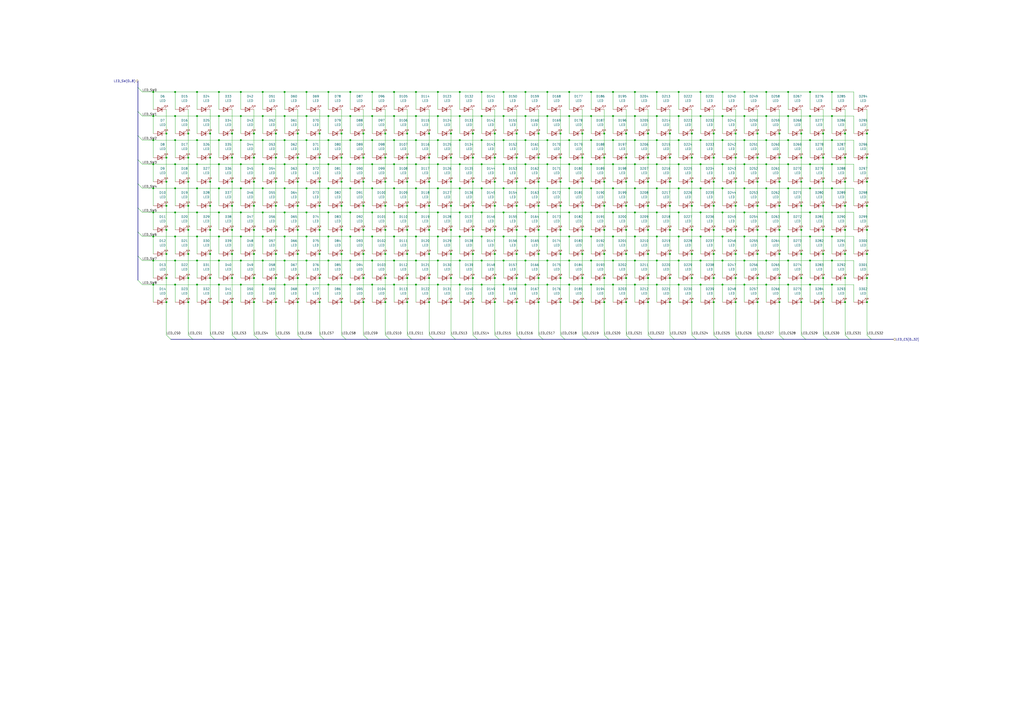
<source format=kicad_sch>
(kicad_sch (version 20211123) (generator eeschema)
  (paper "A2")
  (title_block (title "LED Matrix Input Module - Matrix") (date "2022-12-18") (company "Framework Computer Inc"))
  (junction (at 368.3 67.31))
  (junction (at 431.8 53.34))
  (junction (at 464.82 133.35))
  (junction (at 464.82 91.44))
  (junction (at 101.6 151.13))
  (junction (at 114.3 81.28))
  (junction (at 228.6 123.19))
  (junction (at 439.42 77.47))
  (junction (at 241.3 53.34))
  (junction (at 279.4 95.25))
  (junction (at 292.1 109.22))
  (junction (at 134.62 105.41))
  (junction (at 444.5 67.31))
  (junction (at 350.52 77.47))
  (junction (at 419.1 95.25))
  (junction (at 236.22 77.47))
  (junction (at 198.12 161.29))
  (junction (at 299.72 77.47))
  (junction (at 172.72 77.47))
  (junction (at 139.7 81.28))
  (junction (at 160.02 133.35))
  (junction (at 287.02 119.38))
  (junction (at 177.8 67.31))
  (junction (at 342.9 137.16))
  (junction (at 414.02 147.32))
  (junction (at 355.6 165.1))
  (junction (at 457.2 165.1))
  (junction (at 477.52 147.32))
  (junction (at 414.02 105.41))
  (junction (at 342.9 165.1))
  (junction (at 444.5 165.1))
  (junction (at 482.6 137.16))
  (junction (at 121.92 105.41))
  (junction (at 127 53.34))
  (junction (at 414.02 77.47))
  (junction (at 452.12 119.38))
  (junction (at 368.3 123.19))
  (junction (at 490.22 119.38))
  (junction (at 127 165.1))
  (junction (at 215.9 67.31))
  (junction (at 414.02 133.35))
  (junction (at 388.62 147.32))
  (junction (at 109.22 77.47))
  (junction (at 152.4 165.1))
  (junction (at 464.82 175.26))
  (junction (at 160.02 175.26))
  (junction (at 274.32 77.47))
  (junction (at 457.2 95.25))
  (junction (at 469.9 67.31))
  (junction (at 228.6 53.34))
  (junction (at 444.5 53.34))
  (junction (at 375.92 133.35))
  (junction (at 406.4 109.22))
  (junction (at 350.52 119.38))
  (junction (at 228.6 165.1))
  (junction (at 287.02 147.32))
  (junction (at 127 151.13))
  (junction (at 139.7 67.31))
  (junction (at 279.4 165.1))
  (junction (at 401.32 91.44))
  (junction (at 134.62 161.29))
  (junction (at 330.2 53.34))
  (junction (at 439.42 91.44))
  (junction (at 431.8 67.31))
  (junction (at 210.82 133.35))
  (junction (at 426.72 77.47))
  (junction (at 375.92 77.47))
  (junction (at 96.52 77.47))
  (junction (at 160.02 161.29))
  (junction (at 228.6 151.13))
  (junction (at 241.3 81.28))
  (junction (at 457.2 81.28))
  (junction (at 248.92 161.29))
  (junction (at 177.8 165.1))
  (junction (at 266.7 137.16))
  (junction (at 165.1 123.19))
  (junction (at 363.22 133.35))
  (junction (at 482.6 151.13))
  (junction (at 414.02 119.38))
  (junction (at 147.32 147.32))
  (junction (at 457.2 67.31))
  (junction (at 241.3 109.22))
  (junction (at 109.22 133.35))
  (junction (at 134.62 175.26))
  (junction (at 147.32 161.29))
  (junction (at 330.2 81.28))
  (junction (at 147.32 91.44))
  (junction (at 121.92 119.38))
  (junction (at 198.12 105.41))
  (junction (at 203.2 67.31))
  (junction (at 330.2 165.1))
  (junction (at 502.92 77.47))
  (junction (at 431.8 151.13))
  (junction (at 337.82 133.35))
  (junction (at 215.9 165.1))
  (junction (at 317.5 151.13))
  (junction (at 139.7 95.25))
  (junction (at 165.1 151.13))
  (junction (at 172.72 161.29))
  (junction (at 469.9 81.28))
  (junction (at 266.7 109.22))
  (junction (at 299.72 175.26))
  (junction (at 406.4 165.1))
  (junction (at 304.8 151.13))
  (junction (at 203.2 123.19))
  (junction (at 152.4 123.19))
  (junction (at 325.12 175.26))
  (junction (at 393.7 81.28))
  (junction (at 368.3 151.13))
  (junction (at 401.32 161.29))
  (junction (at 274.32 91.44))
  (junction (at 317.5 53.34))
  (junction (at 223.52 175.26))
  (junction (at 381 151.13))
  (junction (at 274.32 105.41))
  (junction (at 401.32 133.35))
  (junction (at 292.1 67.31))
  (junction (at 312.42 91.44))
  (junction (at 139.7 151.13))
  (junction (at 444.5 137.16))
  (junction (at 439.42 175.26))
  (junction (at 426.72 91.44))
  (junction (at 292.1 53.34))
  (junction (at 452.12 161.29))
  (junction (at 330.2 109.22))
  (junction (at 134.62 77.47))
  (junction (at 274.32 161.29))
  (junction (at 139.7 123.19))
  (junction (at 223.52 161.29))
  (junction (at 375.92 119.38))
  (junction (at 312.42 119.38))
  (junction (at 419.1 53.34))
  (junction (at 350.52 133.35))
  (junction (at 350.52 161.29))
  (junction (at 381 109.22))
  (junction (at 381 81.28))
  (junction (at 299.72 91.44))
  (junction (at 482.6 81.28))
  (junction (at 261.62 133.35))
  (junction (at 287.02 175.26))
  (junction (at 337.82 161.29))
  (junction (at 439.42 119.38))
  (junction (at 342.9 151.13))
  (junction (at 190.5 53.34))
  (junction (at 393.7 95.25))
  (junction (at 165.1 53.34))
  (junction (at 502.92 147.32))
  (junction (at 101.6 81.28))
  (junction (at 287.02 133.35))
  (junction (at 160.02 105.41))
  (junction (at 444.5 81.28))
  (junction (at 198.12 175.26))
  (junction (at 139.7 109.22))
  (junction (at 490.22 77.47))
  (junction (at 127 123.19))
  (junction (at 121.92 175.26))
  (junction (at 426.72 105.41))
  (junction (at 312.42 105.41))
  (junction (at 363.22 119.38))
  (junction (at 210.82 77.47))
  (junction (at 279.4 137.16))
  (junction (at 414.02 161.29))
  (junction (at 406.4 95.25))
  (junction (at 292.1 95.25))
  (junction (at 393.7 123.19))
  (junction (at 177.8 81.28))
  (junction (at 185.42 133.35))
  (junction (at 121.92 91.44))
  (junction (at 439.42 147.32))
  (junction (at 248.92 133.35))
  (junction (at 355.6 53.34))
  (junction (at 114.3 53.34))
  (junction (at 101.6 123.19))
  (junction (at 363.22 105.41))
  (junction (at 304.8 165.1))
  (junction (at 96.52 119.38))
  (junction (at 292.1 165.1))
  (junction (at 190.5 123.19))
  (junction (at 177.8 53.34))
  (junction (at 312.42 77.47))
  (junction (at 477.52 133.35))
  (junction (at 127 137.16))
  (junction (at 190.5 67.31))
  (junction (at 121.92 161.29))
  (junction (at 88.9 67.31))
  (junction (at 299.72 133.35))
  (junction (at 464.82 119.38))
  (junction (at 426.72 147.32))
  (junction (at 203.2 165.1))
  (junction (at 431.8 165.1))
  (junction (at 203.2 95.25))
  (junction (at 223.52 105.41))
  (junction (at 381 123.19))
  (junction (at 109.22 119.38))
  (junction (at 254 137.16))
  (junction (at 312.42 175.26))
  (junction (at 198.12 77.47))
  (junction (at 236.22 105.41))
  (junction (at 287.02 161.29))
  (junction (at 350.52 91.44))
  (junction (at 469.9 165.1))
  (junction (at 248.92 91.44))
  (junction (at 127 95.25))
  (junction (at 228.6 137.16))
  (junction (at 190.5 151.13))
  (junction (at 419.1 151.13))
  (junction (at 350.52 147.32))
  (junction (at 426.72 161.29))
  (junction (at 96.52 91.44))
  (junction (at 88.9 165.1))
  (junction (at 312.42 161.29))
  (junction (at 388.62 77.47))
  (junction (at 444.5 109.22))
  (junction (at 165.1 67.31))
  (junction (at 241.3 137.16))
  (junction (at 393.7 53.34))
  (junction (at 368.3 165.1))
  (junction (at 401.32 77.47))
  (junction (at 114.3 137.16))
  (junction (at 241.3 151.13))
  (junction (at 261.62 91.44))
  (junction (at 88.9 81.28))
  (junction (at 419.1 67.31))
  (junction (at 236.22 147.32))
  (junction (at 317.5 81.28))
  (junction (at 439.42 161.29))
  (junction (at 317.5 109.22))
  (junction (at 502.92 91.44))
  (junction (at 165.1 81.28))
  (junction (at 114.3 95.25))
  (junction (at 342.9 109.22))
  (junction (at 254 53.34))
  (junction (at 325.12 105.41))
  (junction (at 147.32 119.38))
  (junction (at 147.32 133.35))
  (junction (at 152.4 81.28))
  (junction (at 248.92 119.38))
  (junction (at 363.22 77.47))
  (junction (at 96.52 175.26))
  (junction (at 464.82 77.47))
  (junction (at 312.42 133.35))
  (junction (at 330.2 67.31))
  (junction (at 325.12 133.35))
  (junction (at 236.22 119.38))
  (junction (at 266.7 67.31))
  (junction (at 254 81.28))
  (junction (at 457.2 137.16))
  (junction (at 312.42 147.32))
  (junction (at 160.02 77.47))
  (junction (at 299.72 147.32))
  (junction (at 261.62 175.26))
  (junction (at 254 67.31))
  (junction (at 254 95.25))
  (junction (at 477.52 119.38))
  (junction (at 241.3 95.25))
  (junction (at 177.8 123.19))
  (junction (at 165.1 109.22))
  (junction (at 464.82 105.41))
  (junction (at 388.62 119.38))
  (junction (at 401.32 105.41))
  (junction (at 266.7 81.28))
  (junction (at 152.4 109.22))
  (junction (at 292.1 137.16))
  (junction (at 266.7 165.1))
  (junction (at 304.8 67.31))
  (junction (at 152.4 67.31))
  (junction (at 337.82 105.41))
  (junction (at 452.12 105.41))
  (junction (at 414.02 91.44))
  (junction (at 381 53.34))
  (junction (at 109.22 175.26))
  (junction (at 96.52 105.41))
  (junction (at 261.62 119.38))
  (junction (at 393.7 165.1))
  (junction (at 355.6 151.13))
  (junction (at 127 81.28))
  (junction (at 325.12 91.44))
  (junction (at 299.72 119.38))
  (junction (at 457.2 109.22))
  (junction (at 190.5 137.16))
  (junction (at 431.8 81.28))
  (junction (at 190.5 95.25))
  (junction (at 88.9 109.22))
  (junction (at 502.92 175.26))
  (junction (at 254 123.19))
  (junction (at 393.7 67.31))
  (junction (at 482.6 109.22))
  (junction (at 223.52 133.35))
  (junction (at 266.7 151.13))
  (junction (at 185.42 147.32))
  (junction (at 482.6 67.31))
  (junction (at 444.5 151.13))
  (junction (at 350.52 175.26))
  (junction (at 287.02 105.41))
  (junction (at 241.3 67.31))
  (junction (at 381 165.1))
  (junction (at 325.12 119.38))
  (junction (at 248.92 147.32))
  (junction (at 210.82 147.32))
  (junction (at 355.6 95.25))
  (junction (at 452.12 175.26))
  (junction (at 279.4 67.31))
  (junction (at 172.72 119.38))
  (junction (at 406.4 53.34))
  (junction (at 393.7 137.16))
  (junction (at 121.92 133.35))
  (junction (at 457.2 151.13))
  (junction (at 88.9 137.16))
  (junction (at 330.2 137.16))
  (junction (at 502.92 133.35))
  (junction (at 215.9 123.19))
  (junction (at 114.3 67.31))
  (junction (at 292.1 151.13))
  (junction (at 426.72 133.35))
  (junction (at 406.4 151.13))
  (junction (at 299.72 105.41))
  (junction (at 419.1 109.22))
  (junction (at 292.1 81.28))
  (junction (at 355.6 67.31))
  (junction (at 452.12 77.47))
  (junction (at 210.82 161.29))
  (junction (at 266.7 123.19))
  (junction (at 482.6 95.25))
  (junction (at 215.9 81.28))
  (junction (at 469.9 95.25))
  (junction (at 431.8 123.19))
  (junction (at 490.22 161.29))
  (junction (at 393.7 151.13))
  (junction (at 304.8 123.19))
  (junction (at 419.1 81.28))
  (junction (at 477.52 77.47))
  (junction (at 388.62 133.35))
  (junction (at 88.9 95.25))
  (junction (at 426.72 175.26))
  (junction (at 325.12 77.47))
  (junction (at 469.9 137.16))
  (junction (at 147.32 77.47))
  (junction (at 464.82 161.29))
  (junction (at 452.12 133.35))
  (junction (at 274.32 175.26))
  (junction (at 152.4 151.13))
  (junction (at 375.92 147.32))
  (junction (at 363.22 147.32))
  (junction (at 236.22 175.26))
  (junction (at 482.6 53.34))
  (junction (at 139.7 53.34))
  (junction (at 439.42 105.41))
  (junction (at 406.4 81.28))
  (junction (at 254 165.1))
  (junction (at 444.5 95.25))
  (junction (at 317.5 95.25))
  (junction (at 469.9 151.13))
  (junction (at 203.2 53.34))
  (junction (at 304.8 109.22))
  (junction (at 203.2 137.16))
  (junction (at 279.4 123.19))
  (junction (at 388.62 161.29))
  (junction (at 337.82 119.38))
  (junction (at 431.8 95.25))
  (junction (at 203.2 81.28))
  (junction (at 393.7 109.22))
  (junction (at 254 109.22))
  (junction (at 134.62 147.32))
  (junction (at 325.12 161.29))
  (junction (at 406.4 123.19))
  (junction (at 368.3 109.22))
  (junction (at 248.92 77.47))
  (junction (at 101.6 109.22))
  (junction (at 469.9 123.19))
  (junction (at 88.9 151.13))
  (junction (at 241.3 123.19))
  (junction (at 190.5 81.28))
  (junction (at 317.5 165.1))
  (junction (at 96.52 133.35))
  (junction (at 114.3 165.1))
  (junction (at 236.22 91.44))
  (junction (at 210.82 91.44))
  (junction (at 426.72 119.38))
  (junction (at 114.3 123.19))
  (junction (at 190.5 109.22))
  (junction (at 375.92 175.26))
  (junction (at 330.2 123.19))
  (junction (at 304.8 53.34))
  (junction (at 330.2 151.13))
  (junction (at 210.82 105.41))
  (junction (at 355.6 109.22))
  (junction (at 337.82 147.32))
  (junction (at 215.9 95.25))
  (junction (at 375.92 91.44))
  (junction (at 388.62 105.41))
  (junction (at 198.12 133.35))
  (junction (at 279.4 53.34))
  (junction (at 342.9 95.25))
  (junction (at 261.62 105.41))
  (junction (at 152.4 137.16))
  (junction (at 236.22 161.29))
  (junction (at 419.1 165.1))
  (junction (at 368.3 95.25))
  (junction (at 287.02 77.47))
  (junction (at 477.52 105.41))
  (junction (at 368.3 81.28))
  (junction (at 248.92 105.41))
  (junction (at 406.4 137.16))
  (junction (at 121.92 77.47))
  (junction (at 355.6 123.19))
  (junction (at 317.5 67.31))
  (junction (at 381 67.31))
  (junction (at 274.32 133.35))
  (junction (at 342.9 53.34))
  (junction (at 457.2 53.34))
  (junction (at 165.1 137.16))
  (junction (at 96.52 147.32))
  (junction (at 452.12 147.32))
  (junction (at 490.22 175.26))
  (junction (at 190.5 165.1))
  (junction (at 304.8 81.28))
  (junction (at 134.62 119.38))
  (junction (at 261.62 77.47))
  (junction (at 355.6 81.28))
  (junction (at 292.1 123.19))
  (junction (at 317.5 123.19))
  (junction (at 342.9 81.28))
  (junction (at 355.6 137.16))
  (junction (at 185.42 161.29))
  (junction (at 299.72 161.29))
  (junction (at 101.6 137.16))
  (junction (at 363.22 175.26))
  (junction (at 287.02 91.44))
  (junction (at 350.52 105.41))
  (junction (at 363.22 91.44))
  (junction (at 198.12 119.38))
  (junction (at 363.22 161.29))
  (junction (at 121.92 147.32))
  (junction (at 337.82 77.47))
  (junction (at 109.22 91.44))
  (junction (at 414.02 175.26))
  (junction (at 464.82 147.32))
  (junction (at 139.7 137.16))
  (junction (at 165.1 165.1))
  (junction (at 177.8 151.13))
  (junction (at 134.62 133.35))
  (junction (at 248.92 175.26))
  (junction (at 172.72 91.44))
  (junction (at 172.72 133.35))
  (junction (at 368.3 53.34))
  (junction (at 228.6 109.22))
  (junction (at 215.9 53.34))
  (junction (at 388.62 175.26))
  (junction (at 490.22 147.32))
  (junction (at 88.9 123.19))
  (junction (at 241.3 165.1))
  (junction (at 223.52 119.38))
  (junction (at 198.12 91.44))
  (junction (at 139.7 165.1))
  (junction (at 177.8 95.25))
  (junction (at 330.2 95.25))
  (junction (at 375.92 105.41))
  (junction (at 439.42 133.35))
  (junction (at 482.6 165.1))
  (junction (at 261.62 161.29))
  (junction (at 261.62 147.32))
  (junction (at 274.32 147.32))
  (junction (at 185.42 91.44))
  (junction (at 325.12 147.32))
  (junction (at 375.92 161.29))
  (junction (at 147.32 105.41))
  (junction (at 381 95.25))
  (junction (at 172.72 147.32))
  (junction (at 228.6 95.25))
  (junction (at 279.4 151.13))
  (junction (at 215.9 137.16))
  (junction (at 490.22 105.41))
  (junction (at 203.2 151.13))
  (junction (at 254 151.13))
  (junction (at 502.92 161.29))
  (junction (at 210.82 119.38))
  (junction (at 406.4 67.31))
  (junction (at 152.4 53.34))
  (junction (at 172.72 105.41))
  (junction (at 266.7 95.25))
  (junction (at 279.4 81.28))
  (junction (at 177.8 109.22))
  (junction (at 223.52 77.47))
  (junction (at 185.42 175.26))
  (junction (at 337.82 175.26))
  (junction (at 469.9 53.34))
  (junction (at 266.7 53.34))
  (junction (at 477.52 175.26))
  (junction (at 401.32 119.38))
  (junction (at 109.22 105.41))
  (junction (at 431.8 109.22))
  (junction (at 152.4 95.25))
  (junction (at 444.5 123.19))
  (junction (at 502.92 119.38))
  (junction (at 490.22 91.44))
  (junction (at 274.32 119.38))
  (junction (at 96.52 161.29))
  (junction (at 101.6 165.1))
  (junction (at 109.22 161.29))
  (junction (at 388.62 91.44))
  (junction (at 185.42 119.38))
  (junction (at 502.92 105.41))
  (junction (at 223.52 147.32))
  (junction (at 228.6 67.31))
  (junction (at 223.52 91.44))
  (junction (at 177.8 137.16))
  (junction (at 127 67.31))
  (junction (at 109.22 147.32))
  (junction (at 431.8 137.16))
  (junction (at 342.9 123.19))
  (junction (at 304.8 95.25))
  (junction (at 114.3 151.13))
  (junction (at 185.42 77.47))
  (junction (at 477.52 91.44))
  (junction (at 419.1 123.19))
  (junction (at 304.8 137.16))
  (junction (at 172.72 175.26))
  (junction (at 215.9 151.13))
  (junction (at 337.82 91.44))
  (junction (at 210.82 175.26))
  (junction (at 198.12 147.32))
  (junction (at 160.02 147.32))
  (junction (at 342.9 67.31))
  (junction (at 215.9 109.22))
  (junction (at 236.22 133.35))
  (junction (at 317.5 137.16))
  (junction (at 203.2 109.22))
  (junction (at 469.9 109.22))
  (junction (at 185.42 105.41))
  (junction (at 381 137.16))
  (junction (at 101.6 53.34))
  (junction (at 147.32 175.26))
  (junction (at 134.62 91.44))
  (junction (at 101.6 95.25))
  (junction (at 279.4 109.22))
  (junction (at 160.02 119.38))
  (junction (at 452.12 91.44))
  (junction (at 477.52 161.29))
  (junction (at 88.9 53.34))
  (junction (at 482.6 123.19))
  (junction (at 490.22 133.35))
  (junction (at 127 109.22))
  (junction (at 228.6 81.28))
  (junction (at 419.1 137.16))
  (junction (at 368.3 137.16))
  (junction (at 401.32 175.26))
  (junction (at 101.6 67.31))
  (junction (at 457.2 123.19))
  (junction (at 401.32 147.32))
  (junction (at 160.02 91.44))
  (junction (at 165.1 95.25))
  (junction (at 114.3 109.22))
  (bus_entry (at 414.02 194.31) (size 2.54 2.54))
  (bus_entry (at 82.55 81.28) (size -2.54 -2.54))
  (bus_entry (at 287.02 194.31) (size 2.54 2.54))
  (bus_entry (at 401.32 194.31) (size 2.54 2.54))
  (bus_entry (at 82.55 109.22) (size -2.54 -2.54))
  (bus_entry (at 337.82 194.31) (size 2.54 2.54))
  (bus_entry (at 464.82 194.31) (size 2.54 2.54))
  (bus_entry (at 198.12 194.31) (size 2.54 2.54))
  (bus_entry (at 274.32 194.31) (size 2.54 2.54))
  (bus_entry (at 82.55 165.1) (size -2.54 -2.54))
  (bus_entry (at 147.32 194.31) (size 2.54 2.54))
  (bus_entry (at 312.42 194.31) (size 2.54 2.54))
  (bus_entry (at 96.52 194.31) (size 2.54 2.54))
  (bus_entry (at 82.55 151.13) (size -2.54 -2.54))
  (bus_entry (at 134.62 194.31) (size 2.54 2.54))
  (bus_entry (at 109.22 194.31) (size 2.54 2.54))
  (bus_entry (at 185.42 194.31) (size 2.54 2.54))
  (bus_entry (at 325.12 194.31) (size 2.54 2.54))
  (bus_entry (at 426.72 194.31) (size 2.54 2.54))
  (bus_entry (at 261.62 194.31) (size 2.54 2.54))
  (bus_entry (at 82.55 123.19) (size -2.54 -2.54))
  (bus_entry (at 299.72 194.31) (size 2.54 2.54))
  (bus_entry (at 350.52 194.31) (size 2.54 2.54))
  (bus_entry (at 490.22 194.31) (size 2.54 2.54))
  (bus_entry (at 160.02 194.31) (size 2.54 2.54))
  (bus_entry (at 82.55 137.16) (size -2.54 -2.54))
  (bus_entry (at 82.55 67.31) (size -2.54 -2.54))
  (bus_entry (at 121.92 194.31) (size 2.54 2.54))
  (bus_entry (at 82.55 53.34) (size -2.54 -2.54))
  (bus_entry (at 477.52 194.31) (size 2.54 2.54))
  (bus_entry (at 248.92 194.31) (size 2.54 2.54))
  (bus_entry (at 388.62 194.31) (size 2.54 2.54))
  (bus_entry (at 210.82 194.31) (size 2.54 2.54))
  (bus_entry (at 502.92 194.31) (size 2.54 2.54))
  (bus_entry (at 82.55 95.25) (size -2.54 -2.54))
  (bus_entry (at 439.42 194.31) (size 2.54 2.54))
  (bus_entry (at 375.92 194.31) (size 2.54 2.54))
  (bus_entry (at 172.72 194.31) (size 2.54 2.54))
  (bus_entry (at 236.22 194.31) (size 2.54 2.54))
  (bus_entry (at 363.22 194.31) (size 2.54 2.54))
  (bus_entry (at 223.52 194.31) (size 2.54 2.54))
  (bus_entry (at 452.12 194.31) (size 2.54 2.54))
  (wire (pts (xy 261.62 91.44) (xy 261.62 105.41)))
  (wire (pts (xy 254 151.13) (xy 254 161.29)))
  (bus (pts (xy 80.01 148.59) (xy 80.01 162.56)))
  (wire (pts (xy 414.02 91.44) (xy 414.02 105.41)))
  (wire (pts (xy 114.3 123.19) (xy 127 123.19)))
  (wire (pts (xy 190.5 95.25) (xy 203.2 95.25)))
  (wire (pts (xy 177.8 53.34) (xy 190.5 53.34)))
  (wire (pts (xy 355.6 81.28) (xy 355.6 91.44)))
  (wire (pts (xy 198.12 91.44) (xy 198.12 105.41)))
  (wire (pts (xy 419.1 123.19) (xy 431.8 123.19)))
  (wire (pts (xy 266.7 109.22) (xy 266.7 119.38)))
  (wire (pts (xy 147.32 133.35) (xy 147.32 147.32)))
  (wire (pts (xy 127 137.16) (xy 127 147.32)))
  (wire (pts (xy 88.9 123.19) (xy 101.6 123.19)))
  (wire (pts (xy 464.82 161.29) (xy 464.82 175.26)))
  (wire (pts (xy 88.9 137.16) (xy 88.9 147.32)))
  (wire (pts (xy 469.9 165.1) (xy 482.6 165.1)))
  (wire (pts (xy 393.7 95.25) (xy 406.4 95.25)))
  (wire (pts (xy 469.9 137.16) (xy 469.9 147.32)))
  (wire (pts (xy 236.22 105.41) (xy 236.22 119.38)))
  (wire (pts (xy 287.02 175.26) (xy 287.02 194.31)))
  (wire (pts (xy 109.22 105.41) (xy 109.22 119.38)))
  (wire (pts (xy 337.82 63.5) (xy 337.82 77.47)))
  (wire (pts (xy 292.1 137.16) (xy 292.1 147.32)))
  (wire (pts (xy 185.42 63.5) (xy 185.42 77.47)))
  (wire (pts (xy 134.62 77.47) (xy 134.62 91.44)))
  (wire (pts (xy 469.9 95.25) (xy 482.6 95.25)))
  (wire (pts (xy 419.1 95.25) (xy 419.1 105.41)))
  (wire (pts (xy 502.92 91.44) (xy 502.92 105.41)))
  (wire (pts (xy 363.22 147.32) (xy 363.22 161.29)))
  (wire (pts (xy 82.55 109.22) (xy 88.9 109.22)))
  (wire (pts (xy 114.3 95.25) (xy 114.3 105.41)))
  (wire (pts (xy 203.2 165.1) (xy 215.9 165.1)))
  (wire (pts (xy 241.3 81.28) (xy 254 81.28)))
  (wire (pts (xy 312.42 175.26) (xy 312.42 194.31)))
  (wire (pts (xy 203.2 165.1) (xy 203.2 175.26)))
  (wire (pts (xy 342.9 53.34) (xy 355.6 53.34)))
  (wire (pts (xy 325.12 175.26) (xy 325.12 194.31)))
  (wire (pts (xy 134.62 161.29) (xy 134.62 175.26)))
  (wire (pts (xy 198.12 175.26) (xy 198.12 194.31)))
  (wire (pts (xy 457.2 81.28) (xy 469.9 81.28)))
  (wire (pts (xy 172.72 147.32) (xy 172.72 161.29)))
  (wire (pts (xy 355.6 67.31) (xy 368.3 67.31)))
  (wire (pts (xy 393.7 53.34) (xy 406.4 53.34)))
  (wire (pts (xy 177.8 95.25) (xy 190.5 95.25)))
  (wire (pts (xy 139.7 53.34) (xy 139.7 63.5)))
  (wire (pts (xy 172.72 133.35) (xy 172.72 147.32)))
  (wire (pts (xy 414.02 119.38) (xy 414.02 133.35)))
  (bus (pts (xy 467.36 196.85) (xy 480.06 196.85)))
  (wire (pts (xy 469.9 123.19) (xy 469.9 133.35)))
  (wire (pts (xy 355.6 151.13) (xy 368.3 151.13)))
  (wire (pts (xy 152.4 67.31) (xy 152.4 77.47)))
  (wire (pts (xy 495.3 63.5) (xy 495.3 53.34)))
  (wire (pts (xy 185.42 91.44) (xy 185.42 105.41)))
  (wire (pts (xy 228.6 151.13) (xy 241.3 151.13)))
  (wire (pts (xy 388.62 91.44) (xy 388.62 105.41)))
  (wire (pts (xy 190.5 151.13) (xy 203.2 151.13)))
  (wire (pts (xy 452.12 133.35) (xy 452.12 147.32)))
  (wire (pts (xy 114.3 109.22) (xy 114.3 119.38)))
  (wire (pts (xy 266.7 81.28) (xy 266.7 91.44)))
  (wire (pts (xy 457.2 95.25) (xy 469.9 95.25)))
  (wire (pts (xy 375.92 161.29) (xy 375.92 175.26)))
  (wire (pts (xy 210.82 133.35) (xy 210.82 147.32)))
  (wire (pts (xy 101.6 165.1) (xy 114.3 165.1)))
  (bus (pts (xy 441.96 196.85) (xy 454.66 196.85)))
  (wire (pts (xy 147.32 119.38) (xy 147.32 133.35)))
  (wire (pts (xy 241.3 137.16) (xy 241.3 147.32)))
  (wire (pts (xy 121.92 147.32) (xy 121.92 161.29)))
  (bus (pts (xy 454.66 196.85) (xy 467.36 196.85)))
  (wire (pts (xy 165.1 67.31) (xy 177.8 67.31)))
  (wire (pts (xy 266.7 109.22) (xy 279.4 109.22)))
  (wire (pts (xy 215.9 137.16) (xy 215.9 147.32)))
  (wire (pts (xy 185.42 133.35) (xy 185.42 147.32)))
  (wire (pts (xy 147.32 105.41) (xy 147.32 119.38)))
  (wire (pts (xy 88.9 95.25) (xy 88.9 105.41)))
  (wire (pts (xy 228.6 151.13) (xy 228.6 161.29)))
  (wire (pts (xy 495.3 147.32) (xy 495.3 137.16)))
  (wire (pts (xy 114.3 81.28) (xy 127 81.28)))
  (wire (pts (xy 203.2 137.16) (xy 203.2 147.32)))
  (wire (pts (xy 101.6 81.28) (xy 114.3 81.28)))
  (wire (pts (xy 177.8 95.25) (xy 177.8 105.41)))
  (wire (pts (xy 406.4 109.22) (xy 406.4 119.38)))
  (wire (pts (xy 342.9 81.28) (xy 342.9 91.44)))
  (wire (pts (xy 114.3 165.1) (xy 127 165.1)))
  (wire (pts (xy 304.8 137.16) (xy 317.5 137.16)))
  (wire (pts (xy 210.82 63.5) (xy 210.82 77.47)))
  (wire (pts (xy 88.9 109.22) (xy 88.9 119.38)))
  (wire (pts (xy 317.5 53.34) (xy 317.5 63.5)))
  (wire (pts (xy 330.2 81.28) (xy 330.2 91.44)))
  (wire (pts (xy 292.1 81.28) (xy 304.8 81.28)))
  (wire (pts (xy 381 53.34) (xy 393.7 53.34)))
  (wire (pts (xy 355.6 109.22) (xy 368.3 109.22)))
  (wire (pts (xy 388.62 119.38) (xy 388.62 133.35)))
  (wire (pts (xy 368.3 151.13) (xy 381 151.13)))
  (wire (pts (xy 388.62 77.47) (xy 388.62 91.44)))
  (wire (pts (xy 330.2 81.28) (xy 342.9 81.28)))
  (wire (pts (xy 414.02 175.26) (xy 414.02 194.31)))
  (wire (pts (xy 101.6 53.34) (xy 114.3 53.34)))
  (wire (pts (xy 426.72 77.47) (xy 426.72 91.44)))
  (wire (pts (xy 502.92 63.5) (xy 502.92 77.47)))
  (wire (pts (xy 457.2 123.19) (xy 469.9 123.19)))
  (wire (pts (xy 88.9 151.13) (xy 88.9 161.29)))
  (wire (pts (xy 325.12 91.44) (xy 325.12 105.41)))
  (wire (pts (xy 82.55 95.25) (xy 88.9 95.25)))
  (wire (pts (xy 279.4 123.19) (xy 279.4 133.35)))
  (wire (pts (xy 452.12 175.26) (xy 452.12 194.31)))
  (wire (pts (xy 185.42 175.26) (xy 185.42 194.31)))
  (wire (pts (xy 393.7 151.13) (xy 406.4 151.13)))
  (wire (pts (xy 228.6 67.31) (xy 241.3 67.31)))
  (wire (pts (xy 393.7 137.16) (xy 406.4 137.16)))
  (wire (pts (xy 185.42 147.32) (xy 185.42 161.29)))
  (wire (pts (xy 236.22 91.44) (xy 236.22 105.41)))
  (bus (pts (xy 200.66 196.85) (xy 213.36 196.85)))
  (wire (pts (xy 152.4 95.25) (xy 152.4 105.41)))
  (wire (pts (xy 203.2 67.31) (xy 203.2 77.47)))
  (wire (pts (xy 375.92 77.47) (xy 375.92 91.44)))
  (wire (pts (xy 355.6 137.16) (xy 355.6 147.32)))
  (wire (pts (xy 355.6 151.13) (xy 355.6 161.29)))
  (wire (pts (xy 160.02 133.35) (xy 160.02 147.32)))
  (wire (pts (xy 210.82 147.32) (xy 210.82 161.29)))
  (bus (pts (xy 124.46 196.85) (xy 137.16 196.85)))
  (wire (pts (xy 241.3 123.19) (xy 241.3 133.35)))
  (wire (pts (xy 261.62 161.29) (xy 261.62 175.26)))
  (wire (pts (xy 96.52 119.38) (xy 96.52 133.35)))
  (wire (pts (xy 444.5 123.19) (xy 444.5 133.35)))
  (wire (pts (xy 368.3 81.28) (xy 368.3 91.44)))
  (wire (pts (xy 215.9 95.25) (xy 215.9 105.41)))
  (wire (pts (xy 299.72 133.35) (xy 299.72 147.32)))
  (wire (pts (xy 292.1 151.13) (xy 304.8 151.13)))
  (wire (pts (xy 292.1 95.25) (xy 292.1 105.41)))
  (wire (pts (xy 101.6 67.31) (xy 114.3 67.31)))
  (wire (pts (xy 198.12 63.5) (xy 198.12 77.47)))
  (wire (pts (xy 375.92 63.5) (xy 375.92 77.47)))
  (wire (pts (xy 228.6 109.22) (xy 228.6 119.38)))
  (wire (pts (xy 381 53.34) (xy 381 63.5)))
  (wire (pts (xy 223.52 147.32) (xy 223.52 161.29)))
  (wire (pts (xy 457.2 151.13) (xy 469.9 151.13)))
  (wire (pts (xy 266.7 165.1) (xy 279.4 165.1)))
  (wire (pts (xy 152.4 151.13) (xy 165.1 151.13)))
  (wire (pts (xy 203.2 95.25) (xy 203.2 105.41)))
  (wire (pts (xy 134.62 105.41) (xy 134.62 119.38)))
  (wire (pts (xy 160.02 77.47) (xy 160.02 91.44)))
  (wire (pts (xy 452.12 119.38) (xy 452.12 133.35)))
  (wire (pts (xy 139.7 137.16) (xy 152.4 137.16)))
  (wire (pts (xy 177.8 137.16) (xy 177.8 147.32)))
  (wire (pts (xy 495.3 175.26) (xy 495.3 165.1)))
  (wire (pts (xy 274.32 63.5) (xy 274.32 77.47)))
  (wire (pts (xy 228.6 95.25) (xy 228.6 105.41)))
  (wire (pts (xy 248.92 105.41) (xy 248.92 119.38)))
  (wire (pts (xy 452.12 161.29) (xy 452.12 175.26)))
  (wire (pts (xy 381 123.19) (xy 381 133.35)))
  (wire (pts (xy 325.12 77.47) (xy 325.12 91.44)))
  (wire (pts (xy 388.62 175.26) (xy 388.62 194.31)))
  (wire (pts (xy 457.2 109.22) (xy 457.2 119.38)))
  (wire (pts (xy 419.1 53.34) (xy 431.8 53.34)))
  (wire (pts (xy 350.52 77.47) (xy 350.52 91.44)))
  (wire (pts (xy 152.4 53.34) (xy 152.4 63.5)))
  (wire (pts (xy 287.02 133.35) (xy 287.02 147.32)))
  (wire (pts (xy 228.6 53.34) (xy 228.6 63.5)))
  (wire (pts (xy 152.4 109.22) (xy 165.1 109.22)))
  (wire (pts (xy 464.82 63.5) (xy 464.82 77.47)))
  (wire (pts (xy 165.1 137.16) (xy 165.1 147.32)))
  (wire (pts (xy 406.4 53.34) (xy 406.4 63.5)))
  (wire (pts (xy 114.3 137.16) (xy 114.3 147.32)))
  (wire (pts (xy 274.32 161.29) (xy 274.32 175.26)))
  (wire (pts (xy 482.6 109.22) (xy 495.3 109.22)))
  (wire (pts (xy 121.92 161.29) (xy 121.92 175.26)))
  (wire (pts (xy 426.72 63.5) (xy 426.72 77.47)))
  (wire (pts (xy 490.22 175.26) (xy 490.22 194.31)))
  (wire (pts (xy 82.55 67.31) (xy 88.9 67.31)))
  (wire (pts (xy 342.9 123.19) (xy 355.6 123.19)))
  (wire (pts (xy 127 151.13) (xy 127 161.29)))
  (wire (pts (xy 312.42 77.47) (xy 312.42 91.44)))
  (wire (pts (xy 350.52 175.26) (xy 350.52 194.31)))
  (wire (pts (xy 464.82 77.47) (xy 464.82 91.44)))
  (wire (pts (xy 419.1 81.28) (xy 431.8 81.28)))
  (wire (pts (xy 101.6 81.28) (xy 101.6 91.44)))
  (wire (pts (xy 304.8 123.19) (xy 304.8 133.35)))
  (wire (pts (xy 350.52 133.35) (xy 350.52 147.32)))
  (wire (pts (xy 203.2 81.28) (xy 215.9 81.28)))
  (wire (pts (xy 444.5 137.16) (xy 444.5 147.32)))
  (wire (pts (xy 330.2 165.1) (xy 342.9 165.1)))
  (wire (pts (xy 172.72 91.44) (xy 172.72 105.41)))
  (wire (pts (xy 241.3 109.22) (xy 241.3 119.38)))
  (wire (pts (xy 490.22 119.38) (xy 490.22 133.35)))
  (wire (pts (xy 190.5 53.34) (xy 190.5 63.5)))
  (wire (pts (xy 279.4 137.16) (xy 292.1 137.16)))
  (wire (pts (xy 482.6 67.31) (xy 482.6 77.47)))
  (wire (pts (xy 355.6 165.1) (xy 368.3 165.1)))
  (wire (pts (xy 304.8 81.28) (xy 317.5 81.28)))
  (wire (pts (xy 152.4 137.16) (xy 165.1 137.16)))
  (wire (pts (xy 363.22 63.5) (xy 363.22 77.47)))
  (wire (pts (xy 190.5 67.31) (xy 203.2 67.31)))
  (wire (pts (xy 215.9 123.19) (xy 228.6 123.19)))
  (wire (pts (xy 203.2 123.19) (xy 203.2 133.35)))
  (wire (pts (xy 215.9 165.1) (xy 215.9 175.26)))
  (wire (pts (xy 304.8 67.31) (xy 304.8 77.47)))
  (wire (pts (xy 452.12 91.44) (xy 452.12 105.41)))
  (wire (pts (xy 160.02 91.44) (xy 160.02 105.41)))
  (wire (pts (xy 431.8 95.25) (xy 444.5 95.25)))
  (wire (pts (xy 165.1 151.13) (xy 177.8 151.13)))
  (wire (pts (xy 152.4 137.16) (xy 152.4 147.32)))
  (wire (pts (xy 114.3 67.31) (xy 114.3 77.47)))
  (wire (pts (xy 337.82 105.41) (xy 337.82 119.38)))
  (wire (pts (xy 101.6 123.19) (xy 101.6 133.35)))
  (wire (pts (xy 109.22 133.35) (xy 109.22 147.32)))
  (wire (pts (xy 325.12 147.32) (xy 325.12 161.29)))
  (wire (pts (xy 177.8 151.13) (xy 190.5 151.13)))
  (wire (pts (xy 419.1 67.31) (xy 419.1 77.47)))
  (wire (pts (xy 152.4 109.22) (xy 152.4 119.38)))
  (wire (pts (xy 190.5 81.28) (xy 203.2 81.28)))
  (wire (pts (xy 127 67.31) (xy 139.7 67.31)))
  (wire (pts (xy 393.7 53.34) (xy 393.7 63.5)))
  (wire (pts (xy 381 95.25) (xy 381 105.41)))
  (wire (pts (xy 198.12 119.38) (xy 198.12 133.35)))
  (wire (pts (xy 431.8 123.19) (xy 431.8 133.35)))
  (wire (pts (xy 406.4 165.1) (xy 419.1 165.1)))
  (wire (pts (xy 363.22 91.44) (xy 363.22 105.41)))
  (wire (pts (xy 317.5 53.34) (xy 330.2 53.34)))
  (wire (pts (xy 177.8 67.31) (xy 177.8 77.47)))
  (wire (pts (xy 477.52 77.47) (xy 477.52 91.44)))
  (wire (pts (xy 342.9 109.22) (xy 342.9 119.38)))
  (wire (pts (xy 254 95.25) (xy 266.7 95.25)))
  (wire (pts (xy 185.42 77.47) (xy 185.42 91.44)))
  (wire (pts (xy 419.1 95.25) (xy 431.8 95.25)))
  (wire (pts (xy 304.8 165.1) (xy 304.8 175.26)))
  (wire (pts (xy 165.1 123.19) (xy 177.8 123.19)))
  (wire (pts (xy 406.4 95.25) (xy 406.4 105.41)))
  (wire (pts (xy 134.62 175.26) (xy 134.62 194.31)))
  (bus (pts (xy 289.56 196.85) (xy 302.26 196.85)))
  (wire (pts (xy 254 137.16) (xy 254 147.32)))
  (wire (pts (xy 114.3 151.13) (xy 114.3 161.29)))
  (wire (pts (xy 203.2 151.13) (xy 203.2 161.29)))
  (wire (pts (xy 287.02 63.5) (xy 287.02 77.47)))
  (wire (pts (xy 452.12 63.5) (xy 452.12 77.47)))
  (wire (pts (xy 368.3 123.19) (xy 368.3 133.35)))
  (wire (pts (xy 495.3 119.38) (xy 495.3 109.22)))
  (wire (pts (xy 261.62 77.47) (xy 261.62 91.44)))
  (wire (pts (xy 279.4 67.31) (xy 279.4 77.47)))
  (wire (pts (xy 121.92 175.26) (xy 121.92 194.31)))
  (wire (pts (xy 368.3 137.16) (xy 381 137.16)))
  (wire (pts (xy 279.4 81.28) (xy 292.1 81.28)))
  (wire (pts (xy 139.7 67.31) (xy 139.7 77.47)))
  (wire (pts (xy 368.3 109.22) (xy 381 109.22)))
  (wire (pts (xy 88.9 81.28) (xy 101.6 81.28)))
  (wire (pts (xy 203.2 53.34) (xy 203.2 63.5)))
  (wire (pts (xy 274.32 133.35) (xy 274.32 147.32)))
  (wire (pts (xy 223.52 119.38) (xy 223.52 133.35)))
  (wire (pts (xy 279.4 95.25) (xy 292.1 95.25)))
  (wire (pts (xy 419.1 137.16) (xy 431.8 137.16)))
  (wire (pts (xy 241.3 151.13) (xy 254 151.13)))
  (wire (pts (xy 160.02 105.41) (xy 160.02 119.38)))
  (wire (pts (xy 317.5 109.22) (xy 330.2 109.22)))
  (wire (pts (xy 502.92 161.29) (xy 502.92 175.26)))
  (wire (pts (xy 342.9 137.16) (xy 355.6 137.16)))
  (wire (pts (xy 381 137.16) (xy 381 147.32)))
  (wire (pts (xy 431.8 81.28) (xy 444.5 81.28)))
  (wire (pts (xy 317.5 165.1) (xy 317.5 175.26)))
  (wire (pts (xy 198.12 133.35) (xy 198.12 147.32)))
  (wire (pts (xy 190.5 109.22) (xy 203.2 109.22)))
  (wire (pts (xy 241.3 123.19) (xy 254 123.19)))
  (wire (pts (xy 368.3 67.31) (xy 381 67.31)))
  (bus (pts (xy 480.06 196.85) (xy 492.76 196.85)))
  (wire (pts (xy 406.4 123.19) (xy 419.1 123.19)))
  (wire (pts (xy 241.3 53.34) (xy 241.3 63.5)))
  (wire (pts (xy 165.1 53.34) (xy 177.8 53.34)))
  (wire (pts (xy 368.3 109.22) (xy 368.3 119.38)))
  (wire (pts (xy 317.5 81.28) (xy 330.2 81.28)))
  (wire (pts (xy 393.7 123.19) (xy 406.4 123.19)))
  (wire (pts (xy 330.2 123.19) (xy 342.9 123.19)))
  (wire (pts (xy 215.9 67.31) (xy 228.6 67.31)))
  (wire (pts (xy 452.12 77.47) (xy 452.12 91.44)))
  (wire (pts (xy 127 95.25) (xy 139.7 95.25)))
  (wire (pts (xy 426.72 133.35) (xy 426.72 147.32)))
  (bus (pts (xy 264.16 196.85) (xy 276.86 196.85)))
  (wire (pts (xy 312.42 119.38) (xy 312.42 133.35)))
  (wire (pts (xy 368.3 81.28) (xy 381 81.28)))
  (wire (pts (xy 393.7 81.28) (xy 393.7 91.44)))
  (wire (pts (xy 495.3 77.47) (xy 495.3 67.31)))
  (wire (pts (xy 502.92 77.47) (xy 502.92 91.44)))
  (wire (pts (xy 444.5 67.31) (xy 444.5 77.47)))
  (wire (pts (xy 127 95.25) (xy 127 105.41)))
  (wire (pts (xy 96.52 133.35) (xy 96.52 147.32)))
  (wire (pts (xy 203.2 109.22) (xy 215.9 109.22)))
  (wire (pts (xy 401.32 119.38) (xy 401.32 133.35)))
  (wire (pts (xy 330.2 95.25) (xy 330.2 105.41)))
  (wire (pts (xy 82.55 165.1) (xy 88.9 165.1)))
  (wire (pts (xy 368.3 67.31) (xy 368.3 77.47)))
  (wire (pts (xy 439.42 133.35) (xy 439.42 147.32)))
  (bus (pts (xy 80.01 106.68) (xy 80.01 120.65)))
  (wire (pts (xy 350.52 105.41) (xy 350.52 119.38)))
  (wire (pts (xy 502.92 133.35) (xy 502.92 147.32)))
  (wire (pts (xy 261.62 175.26) (xy 261.62 194.31)))
  (wire (pts (xy 101.6 67.31) (xy 101.6 77.47)))
  (wire (pts (xy 160.02 175.26) (xy 160.02 194.31)))
  (wire (pts (xy 147.32 91.44) (xy 147.32 105.41)))
  (wire (pts (xy 426.72 147.32) (xy 426.72 161.29)))
  (wire (pts (xy 431.8 67.31) (xy 444.5 67.31)))
  (wire (pts (xy 114.3 95.25) (xy 127 95.25)))
  (wire (pts (xy 177.8 109.22) (xy 177.8 119.38)))
  (wire (pts (xy 482.6 95.25) (xy 482.6 105.41)))
  (wire (pts (xy 134.62 63.5) (xy 134.62 77.47)))
  (wire (pts (xy 299.72 175.26) (xy 299.72 194.31)))
  (wire (pts (xy 304.8 109.22) (xy 317.5 109.22)))
  (wire (pts (xy 477.52 161.29) (xy 477.52 175.26)))
  (wire (pts (xy 368.3 95.25) (xy 381 95.25)))
  (wire (pts (xy 350.52 161.29) (xy 350.52 175.26)))
  (bus (pts (xy 80.01 50.8) (xy 80.01 64.77)))
  (wire (pts (xy 381 137.16) (xy 393.7 137.16)))
  (wire (pts (xy 469.9 137.16) (xy 482.6 137.16)))
  (bus (pts (xy 391.16 196.85) (xy 403.86 196.85)))
  (wire (pts (xy 337.82 175.26) (xy 337.82 194.31)))
  (wire (pts (xy 457.2 81.28) (xy 457.2 91.44)))
  (wire (pts (xy 457.2 53.34) (xy 457.2 63.5)))
  (wire (pts (xy 469.9 95.25) (xy 469.9 105.41)))
  (wire (pts (xy 177.8 53.34) (xy 177.8 63.5)))
  (wire (pts (xy 88.9 67.31) (xy 88.9 77.47)))
  (wire (pts (xy 210.82 91.44) (xy 210.82 105.41)))
  (wire (pts (xy 419.1 109.22) (xy 419.1 119.38)))
  (wire (pts (xy 160.02 119.38) (xy 160.02 133.35)))
  (wire (pts (xy 165.1 165.1) (xy 177.8 165.1)))
  (wire (pts (xy 134.62 119.38) (xy 134.62 133.35)))
  (wire (pts (xy 223.52 133.35) (xy 223.52 147.32)))
  (wire (pts (xy 457.2 67.31) (xy 469.9 67.31)))
  (wire (pts (xy 342.9 95.25) (xy 355.6 95.25)))
  (wire (pts (xy 431.8 137.16) (xy 431.8 147.32)))
  (wire (pts (xy 274.32 175.26) (xy 274.32 194.31)))
  (bus (pts (xy 505.46 196.85) (xy 518.16 196.85)))
  (wire (pts (xy 431.8 109.22) (xy 431.8 119.38)))
  (wire (pts (xy 248.92 147.32) (xy 248.92 161.29)))
  (wire (pts (xy 215.9 81.28) (xy 228.6 81.28)))
  (wire (pts (xy 342.9 53.34) (xy 342.9 63.5)))
  (wire (pts (xy 330.2 109.22) (xy 330.2 119.38)))
  (wire (pts (xy 266.7 81.28) (xy 279.4 81.28)))
  (wire (pts (xy 482.6 95.25) (xy 495.3 95.25)))
  (wire (pts (xy 223.52 175.26) (xy 223.52 194.31)))
  (wire (pts (xy 337.82 77.47) (xy 337.82 91.44)))
  (wire (pts (xy 342.9 67.31) (xy 355.6 67.31)))
  (bus (pts (xy 276.86 196.85) (xy 289.56 196.85)))
  (wire (pts (xy 426.72 105.41) (xy 426.72 119.38)))
  (wire (pts (xy 342.9 123.19) (xy 342.9 133.35)))
  (wire (pts (xy 152.4 81.28) (xy 152.4 91.44)))
  (wire (pts (xy 248.92 175.26) (xy 248.92 194.31)))
  (wire (pts (xy 88.9 53.34) (xy 101.6 53.34)))
  (wire (pts (xy 177.8 123.19) (xy 177.8 133.35)))
  (wire (pts (xy 88.9 165.1) (xy 101.6 165.1)))
  (wire (pts (xy 325.12 105.41) (xy 325.12 119.38)))
  (wire (pts (xy 177.8 109.22) (xy 190.5 109.22)))
  (wire (pts (xy 241.3 165.1) (xy 254 165.1)))
  (wire (pts (xy 368.3 151.13) (xy 368.3 161.29)))
  (wire (pts (xy 469.9 109.22) (xy 469.9 119.38)))
  (wire (pts (xy 350.52 147.32) (xy 350.52 161.29)))
  (wire (pts (xy 304.8 165.1) (xy 317.5 165.1)))
  (wire (pts (xy 444.5 67.31) (xy 457.2 67.31)))
  (wire (pts (xy 101.6 151.13) (xy 101.6 161.29)))
  (wire (pts (xy 279.4 67.31) (xy 292.1 67.31)))
  (wire (pts (xy 254 109.22) (xy 254 119.38)))
  (wire (pts (xy 287.02 161.29) (xy 287.02 175.26)))
  (wire (pts (xy 147.32 175.26) (xy 147.32 194.31)))
  (wire (pts (xy 160.02 161.29) (xy 160.02 175.26)))
  (wire (pts (xy 254 95.25) (xy 254 105.41)))
  (bus (pts (xy 340.36 196.85) (xy 353.06 196.85)))
  (wire (pts (xy 401.32 161.29) (xy 401.32 175.26)))
  (wire (pts (xy 223.52 91.44) (xy 223.52 105.41)))
  (wire (pts (xy 177.8 123.19) (xy 190.5 123.19)))
  (wire (pts (xy 439.42 63.5) (xy 439.42 77.47)))
  (wire (pts (xy 279.4 137.16) (xy 279.4 147.32)))
  (wire (pts (xy 337.82 119.38) (xy 337.82 133.35)))
  (wire (pts (xy 177.8 151.13) (xy 177.8 161.29)))
  (wire (pts (xy 414.02 63.5) (xy 414.02 77.47)))
  (wire (pts (xy 490.22 147.32) (xy 490.22 161.29)))
  (wire (pts (xy 401.32 63.5) (xy 401.32 77.47)))
  (wire (pts (xy 236.22 63.5) (xy 236.22 77.47)))
  (wire (pts (xy 88.9 109.22) (xy 101.6 109.22)))
  (wire (pts (xy 355.6 165.1) (xy 355.6 175.26)))
  (wire (pts (xy 342.9 151.13) (xy 342.9 161.29)))
  (wire (pts (xy 342.9 165.1) (xy 342.9 175.26)))
  (wire (pts (xy 114.3 151.13) (xy 127 151.13)))
  (wire (pts (xy 444.5 53.34) (xy 457.2 53.34)))
  (wire (pts (xy 82.55 123.19) (xy 88.9 123.19)))
  (wire (pts (xy 317.5 109.22) (xy 317.5 119.38)))
  (wire (pts (xy 495.3 105.41) (xy 495.3 95.25)))
  (wire (pts (xy 444.5 137.16) (xy 457.2 137.16)))
  (wire (pts (xy 139.7 95.25) (xy 139.7 105.41)))
  (wire (pts (xy 101.6 109.22) (xy 114.3 109.22)))
  (wire (pts (xy 477.52 147.32) (xy 477.52 161.29)))
  (wire (pts (xy 172.72 63.5) (xy 172.72 77.47)))
  (wire (pts (xy 248.92 133.35) (xy 248.92 147.32)))
  (wire (pts (xy 457.2 151.13) (xy 457.2 161.29)))
  (wire (pts (xy 431.8 53.34) (xy 431.8 63.5)))
  (wire (pts (xy 223.52 105.41) (xy 223.52 119.38)))
  (wire (pts (xy 330.2 67.31) (xy 342.9 67.31)))
  (wire (pts (xy 248.92 77.47) (xy 248.92 91.44)))
  (wire (pts (xy 121.92 91.44) (xy 121.92 105.41)))
  (wire (pts (xy 215.9 109.22) (xy 228.6 109.22)))
  (wire (pts (xy 393.7 109.22) (xy 393.7 119.38)))
  (wire (pts (xy 165.1 81.28) (xy 165.1 91.44)))
  (wire (pts (xy 304.8 81.28) (xy 304.8 91.44)))
  (wire (pts (xy 215.9 81.28) (xy 215.9 91.44)))
  (wire (pts (xy 469.9 123.19) (xy 482.6 123.19)))
  (wire (pts (xy 266.7 53.34) (xy 266.7 63.5)))
  (wire (pts (xy 190.5 95.25) (xy 190.5 105.41)))
  (wire (pts (xy 274.32 119.38) (xy 274.32 133.35)))
  (wire (pts (xy 401.32 147.32) (xy 401.32 161.29)))
  (wire (pts (xy 210.82 77.47) (xy 210.82 91.44)))
  (wire (pts (xy 381 109.22) (xy 393.7 109.22)))
  (wire (pts (xy 469.9 151.13) (xy 482.6 151.13)))
  (wire (pts (xy 393.7 165.1) (xy 393.7 175.26)))
  (wire (pts (xy 139.7 53.34) (xy 152.4 53.34)))
  (wire (pts (xy 127 53.34) (xy 139.7 53.34)))
  (wire (pts (xy 279.4 123.19) (xy 292.1 123.19)))
  (wire (pts (xy 165.1 165.1) (xy 165.1 175.26)))
  (wire (pts (xy 482.6 151.13) (xy 495.3 151.13)))
  (wire (pts (xy 139.7 123.19) (xy 152.4 123.19)))
  (wire (pts (xy 368.3 165.1) (xy 381 165.1)))
  (wire (pts (xy 198.12 161.29) (xy 198.12 175.26)))
  (wire (pts (xy 444.5 151.13) (xy 457.2 151.13)))
  (wire (pts (xy 274.32 147.32) (xy 274.32 161.29)))
  (wire (pts (xy 254 165.1) (xy 266.7 165.1)))
  (wire (pts (xy 299.72 147.32) (xy 299.72 161.29)))
  (wire (pts (xy 312.42 161.29) (xy 312.42 175.26)))
  (wire (pts (xy 139.7 109.22) (xy 139.7 119.38)))
  (wire (pts (xy 419.1 67.31) (xy 431.8 67.31)))
  (wire (pts (xy 388.62 105.41) (xy 388.62 119.38)))
  (bus (pts (xy 226.06 196.85) (xy 238.76 196.85)))
  (wire (pts (xy 355.6 95.25) (xy 368.3 95.25)))
  (wire (pts (xy 444.5 165.1) (xy 444.5 175.26)))
  (wire (pts (xy 228.6 67.31) (xy 228.6 77.47)))
  (wire (pts (xy 330.2 53.34) (xy 342.9 53.34)))
  (wire (pts (xy 266.7 123.19) (xy 279.4 123.19)))
  (bus (pts (xy 80.01 46.99) (xy 80.01 50.8)))
  (wire (pts (xy 317.5 81.28) (xy 317.5 91.44)))
  (wire (pts (xy 254 109.22) (xy 266.7 109.22)))
  (wire (pts (xy 304.8 53.34) (xy 304.8 63.5)))
  (wire (pts (xy 152.4 123.19) (xy 165.1 123.19)))
  (wire (pts (xy 223.52 161.29) (xy 223.52 175.26)))
  (wire (pts (xy 203.2 151.13) (xy 215.9 151.13)))
  (wire (pts (xy 292.1 109.22) (xy 304.8 109.22)))
  (wire (pts (xy 317.5 123.19) (xy 317.5 133.35)))
  (wire (pts (xy 177.8 67.31) (xy 190.5 67.31)))
  (wire (pts (xy 457.2 109.22) (xy 469.9 109.22)))
  (bus (pts (xy 353.06 196.85) (xy 365.76 196.85)))
  (wire (pts (xy 363.22 175.26) (xy 363.22 194.31)))
  (wire (pts (xy 279.4 53.34) (xy 292.1 53.34)))
  (wire (pts (xy 266.7 123.19) (xy 266.7 133.35)))
  (wire (pts (xy 279.4 81.28) (xy 279.4 91.44)))
  (wire (pts (xy 134.62 91.44) (xy 134.62 105.41)))
  (wire (pts (xy 185.42 119.38) (xy 185.42 133.35)))
  (wire (pts (xy 101.6 53.34) (xy 101.6 63.5)))
  (wire (pts (xy 419.1 137.16) (xy 419.1 147.32)))
  (wire (pts (xy 355.6 95.25) (xy 355.6 105.41)))
  (wire (pts (xy 444.5 123.19) (xy 457.2 123.19)))
  (wire (pts (xy 203.2 137.16) (xy 215.9 137.16)))
  (wire (pts (xy 393.7 67.31) (xy 406.4 67.31)))
  (wire (pts (xy 215.9 165.1) (xy 228.6 165.1)))
  (wire (pts (xy 274.32 105.41) (xy 274.32 119.38)))
  (bus (pts (xy 111.76 196.85) (xy 124.46 196.85)))
  (wire (pts (xy 312.42 105.41) (xy 312.42 119.38)))
  (wire (pts (xy 215.9 95.25) (xy 228.6 95.25)))
  (wire (pts (xy 139.7 151.13) (xy 152.4 151.13)))
  (bus (pts (xy 80.01 78.74) (xy 80.01 92.71)))
  (wire (pts (xy 431.8 95.25) (xy 431.8 105.41)))
  (wire (pts (xy 88.9 67.31) (xy 101.6 67.31)))
  (wire (pts (xy 139.7 81.28) (xy 139.7 91.44)))
  (wire (pts (xy 261.62 63.5) (xy 261.62 77.47)))
  (wire (pts (xy 190.5 81.28) (xy 190.5 91.44)))
  (wire (pts (xy 317.5 95.25) (xy 330.2 95.25)))
  (wire (pts (xy 414.02 77.47) (xy 414.02 91.44)))
  (wire (pts (xy 248.92 91.44) (xy 248.92 105.41)))
  (wire (pts (xy 279.4 151.13) (xy 292.1 151.13)))
  (wire (pts (xy 114.3 123.19) (xy 114.3 133.35)))
  (wire (pts (xy 172.72 105.41) (xy 172.72 119.38)))
  (wire (pts (xy 419.1 109.22) (xy 431.8 109.22)))
  (bus (pts (xy 492.76 196.85) (xy 505.46 196.85)))
  (wire (pts (xy 190.5 123.19) (xy 203.2 123.19)))
  (wire (pts (xy 426.72 91.44) (xy 426.72 105.41)))
  (wire (pts (xy 317.5 151.13) (xy 317.5 161.29)))
  (wire (pts (xy 279.4 53.34) (xy 279.4 63.5)))
  (wire (pts (xy 337.82 133.35) (xy 337.82 147.32)))
  (wire (pts (xy 114.3 137.16) (xy 127 137.16)))
  (wire (pts (xy 121.92 63.5) (xy 121.92 77.47)))
  (wire (pts (xy 457.2 95.25) (xy 457.2 105.41)))
  (wire (pts (xy 292.1 137.16) (xy 304.8 137.16)))
  (wire (pts (xy 96.52 147.32) (xy 96.52 161.29)))
  (wire (pts (xy 312.42 133.35) (xy 312.42 147.32)))
  (wire (pts (xy 190.5 165.1) (xy 203.2 165.1)))
  (wire (pts (xy 127 67.31) (xy 127 77.47)))
  (wire (pts (xy 317.5 67.31) (xy 330.2 67.31)))
  (wire (pts (xy 261.62 133.35) (xy 261.62 147.32)))
  (wire (pts (xy 96.52 175.26) (xy 96.52 194.31)))
  (wire (pts (xy 261.62 105.41) (xy 261.62 119.38)))
  (wire (pts (xy 431.8 81.28) (xy 431.8 91.44)))
  (wire (pts (xy 419.1 53.34) (xy 419.1 63.5)))
  (wire (pts (xy 495.3 133.35) (xy 495.3 123.19)))
  (wire (pts (xy 292.1 165.1) (xy 292.1 175.26)))
  (wire (pts (xy 406.4 95.25) (xy 419.1 95.25)))
  (wire (pts (xy 165.1 53.34) (xy 165.1 63.5)))
  (wire (pts (xy 248.92 119.38) (xy 248.92 133.35)))
  (wire (pts (xy 152.4 165.1) (xy 152.4 175.26)))
  (wire (pts (xy 254 137.16) (xy 266.7 137.16)))
  (wire (pts (xy 381 67.31) (xy 381 77.47)))
  (bus (pts (xy 327.66 196.85) (xy 340.36 196.85)))
  (wire (pts (xy 464.82 147.32) (xy 464.82 161.29)))
  (wire (pts (xy 160.02 147.32) (xy 160.02 161.29)))
  (wire (pts (xy 177.8 81.28) (xy 190.5 81.28)))
  (wire (pts (xy 160.02 63.5) (xy 160.02 77.47)))
  (wire (pts (xy 279.4 165.1) (xy 292.1 165.1)))
  (wire (pts (xy 401.32 105.41) (xy 401.32 119.38)))
  (wire (pts (xy 190.5 53.34) (xy 203.2 53.34)))
  (wire (pts (xy 393.7 137.16) (xy 393.7 147.32)))
  (wire (pts (xy 236.22 119.38) (xy 236.22 133.35)))
  (wire (pts (xy 215.9 53.34) (xy 215.9 63.5)))
  (wire (pts (xy 381 151.13) (xy 393.7 151.13)))
  (wire (pts (xy 444.5 95.25) (xy 457.2 95.25)))
  (wire (pts (xy 190.5 165.1) (xy 190.5 175.26)))
  (wire (pts (xy 363.22 119.38) (xy 363.22 133.35)))
  (wire (pts (xy 101.6 137.16) (xy 114.3 137.16)))
  (wire (pts (xy 127 123.19) (xy 127 133.35)))
  (wire (pts (xy 292.1 53.34) (xy 292.1 63.5)))
  (wire (pts (xy 464.82 133.35) (xy 464.82 147.32)))
  (bus (pts (xy 251.46 196.85) (xy 264.16 196.85)))
  (wire (pts (xy 299.72 77.47) (xy 299.72 91.44)))
  (wire (pts (xy 330.2 67.31) (xy 330.2 77.47)))
  (wire (pts (xy 274.32 91.44) (xy 274.32 105.41)))
  (wire (pts (xy 215.9 67.31) (xy 215.9 77.47)))
  (wire (pts (xy 228.6 165.1) (xy 228.6 175.26)))
  (wire (pts (xy 368.3 123.19) (xy 381 123.19)))
  (wire (pts (xy 210.82 105.41) (xy 210.82 119.38)))
  (wire (pts (xy 190.5 109.22) (xy 190.5 119.38)))
  (wire (pts (xy 406.4 151.13) (xy 419.1 151.13)))
  (wire (pts (xy 304.8 137.16) (xy 304.8 147.32)))
  (wire (pts (xy 482.6 81.28) (xy 495.3 81.28)))
  (wire (pts (xy 406.4 109.22) (xy 419.1 109.22)))
  (wire (pts (xy 426.72 161.29) (xy 426.72 175.26)))
  (wire (pts (xy 109.22 119.38) (xy 109.22 133.35)))
  (wire (pts (xy 304.8 109.22) (xy 304.8 119.38)))
  (wire (pts (xy 96.52 161.29) (xy 96.52 175.26)))
  (wire (pts (xy 477.52 175.26) (xy 477.52 194.31)))
  (wire (pts (xy 439.42 105.41) (xy 439.42 119.38)))
  (wire (pts (xy 266.7 67.31) (xy 266.7 77.47)))
  (wire (pts (xy 254 81.28) (xy 266.7 81.28)))
  (bus (pts (xy 238.76 196.85) (xy 251.46 196.85)))
  (wire (pts (xy 477.52 63.5) (xy 477.52 77.47)))
  (wire (pts (xy 248.92 63.5) (xy 248.92 77.47)))
  (wire (pts (xy 304.8 53.34) (xy 317.5 53.34)))
  (wire (pts (xy 172.72 119.38) (xy 172.72 133.35)))
  (wire (pts (xy 96.52 63.5) (xy 96.52 77.47)))
  (wire (pts (xy 325.12 133.35) (xy 325.12 147.32)))
  (wire (pts (xy 228.6 81.28) (xy 241.3 81.28)))
  (wire (pts (xy 203.2 109.22) (xy 203.2 119.38)))
  (wire (pts (xy 457.2 137.16) (xy 469.9 137.16)))
  (wire (pts (xy 355.6 53.34) (xy 355.6 63.5)))
  (wire (pts (xy 419.1 151.13) (xy 431.8 151.13)))
  (wire (pts (xy 388.62 161.29) (xy 388.62 175.26)))
  (wire (pts (xy 292.1 53.34) (xy 304.8 53.34)))
  (wire (pts (xy 287.02 91.44) (xy 287.02 105.41)))
  (wire (pts (xy 266.7 95.25) (xy 279.4 95.25)))
  (wire (pts (xy 292.1 165.1) (xy 304.8 165.1)))
  (wire (pts (xy 419.1 165.1) (xy 431.8 165.1)))
  (wire (pts (xy 401.32 175.26) (xy 401.32 194.31)))
  (wire (pts (xy 236.22 77.47) (xy 236.22 91.44)))
  (wire (pts (xy 330.2 137.16) (xy 330.2 147.32)))
  (wire (pts (xy 406.4 67.31) (xy 419.1 67.31)))
  (wire (pts (xy 215.9 137.16) (xy 228.6 137.16)))
  (wire (pts (xy 203.2 95.25) (xy 215.9 95.25)))
  (wire (pts (xy 109.22 147.32) (xy 109.22 161.29)))
  (wire (pts (xy 482.6 67.31) (xy 495.3 67.31)))
  (wire (pts (xy 350.52 91.44) (xy 350.52 105.41)))
  (wire (pts (xy 241.3 95.25) (xy 241.3 105.41)))
  (wire (pts (xy 254 67.31) (xy 254 77.47)))
  (bus (pts (xy 213.36 196.85) (xy 226.06 196.85)))
  (wire (pts (xy 375.92 175.26) (xy 375.92 194.31)))
  (wire (pts (xy 127 53.34) (xy 127 63.5)))
  (wire (pts (xy 304.8 95.25) (xy 304.8 105.41)))
  (wire (pts (xy 469.9 53.34) (xy 482.6 53.34)))
  (wire (pts (xy 350.52 119.38) (xy 350.52 133.35)))
  (wire (pts (xy 452.12 105.41) (xy 452.12 119.38)))
  (wire (pts (xy 477.52 105.41) (xy 477.52 119.38)))
  (wire (pts (xy 279.4 151.13) (xy 279.4 161.29)))
  (wire (pts (xy 101.6 151.13) (xy 114.3 151.13)))
  (wire (pts (xy 342.9 81.28) (xy 355.6 81.28)))
  (wire (pts (xy 299.72 161.29) (xy 299.72 175.26)))
  (wire (pts (xy 185.42 161.29) (xy 185.42 175.26)))
  (wire (pts (xy 109.22 63.5) (xy 109.22 77.47)))
  (wire (pts (xy 431.8 165.1) (xy 444.5 165.1)))
  (wire (pts (xy 165.1 95.25) (xy 177.8 95.25)))
  (wire (pts (xy 127 165.1) (xy 139.7 165.1)))
  (wire (pts (xy 304.8 95.25) (xy 317.5 95.25)))
  (bus (pts (xy 378.46 196.85) (xy 391.16 196.85)))
  (wire (pts (xy 248.92 161.29) (xy 248.92 175.26)))
  (wire (pts (xy 375.92 91.44) (xy 375.92 105.41)))
  (wire (pts (xy 439.42 175.26) (xy 439.42 194.31)))
  (wire (pts (xy 152.4 123.19) (xy 152.4 133.35)))
  (wire (pts (xy 266.7 137.16) (xy 279.4 137.16)))
  (wire (pts (xy 139.7 123.19) (xy 139.7 133.35)))
  (wire (pts (xy 165.1 151.13) (xy 165.1 161.29)))
  (wire (pts (xy 393.7 67.31) (xy 393.7 77.47)))
  (wire (pts (xy 381 81.28) (xy 393.7 81.28)))
  (wire (pts (xy 101.6 137.16) (xy 101.6 147.32)))
  (wire (pts (xy 304.8 151.13) (xy 317.5 151.13)))
  (wire (pts (xy 406.4 123.19) (xy 406.4 133.35)))
  (wire (pts (xy 337.82 147.32) (xy 337.82 161.29)))
  (wire (pts (xy 127 109.22) (xy 139.7 109.22)))
  (wire (pts (xy 363.22 77.47) (xy 363.22 91.44)))
  (wire (pts (xy 482.6 53.34) (xy 482.6 63.5)))
  (wire (pts (xy 114.3 53.34) (xy 114.3 63.5)))
  (wire (pts (xy 502.92 105.41) (xy 502.92 119.38)))
  (wire (pts (xy 482.6 151.13) (xy 482.6 161.29)))
  (wire (pts (xy 439.42 91.44) (xy 439.42 105.41)))
  (wire (pts (xy 139.7 151.13) (xy 139.7 161.29)))
  (wire (pts (xy 439.42 147.32) (xy 439.42 161.29)))
  (wire (pts (xy 127 81.28) (xy 127 91.44)))
  (wire (pts (xy 198.12 77.47) (xy 198.12 91.44)))
  (bus (pts (xy 429.26 196.85) (xy 441.96 196.85)))
  (wire (pts (xy 464.82 119.38) (xy 464.82 133.35)))
  (wire (pts (xy 482.6 123.19) (xy 495.3 123.19)))
  (wire (pts (xy 147.32 147.32) (xy 147.32 161.29)))
  (wire (pts (xy 401.32 91.44) (xy 401.32 105.41)))
  (wire (pts (xy 127 137.16) (xy 139.7 137.16)))
  (wire (pts (xy 203.2 67.31) (xy 215.9 67.31)))
  (wire (pts (xy 304.8 67.31) (xy 317.5 67.31)))
  (wire (pts (xy 254 53.34) (xy 266.7 53.34)))
  (wire (pts (xy 261.62 147.32) (xy 261.62 161.29)))
  (wire (pts (xy 266.7 165.1) (xy 266.7 175.26)))
  (wire (pts (xy 203.2 123.19) (xy 215.9 123.19)))
  (wire (pts (xy 198.12 147.32) (xy 198.12 161.29)))
  (wire (pts (xy 88.9 123.19) (xy 88.9 133.35)))
  (wire (pts (xy 381 95.25) (xy 393.7 95.25)))
  (wire (pts (xy 121.92 133.35) (xy 121.92 147.32)))
  (wire (pts (xy 185.42 105.41) (xy 185.42 119.38)))
  (wire (pts (xy 190.5 137.16) (xy 203.2 137.16)))
  (wire (pts (xy 210.82 119.38) (xy 210.82 133.35)))
  (wire (pts (xy 82.55 137.16) (xy 88.9 137.16)))
  (wire (pts (xy 190.5 67.31) (xy 190.5 77.47)))
  (wire (pts (xy 88.9 53.34) (xy 88.9 63.5)))
  (wire (pts (xy 152.4 95.25) (xy 165.1 95.25)))
  (wire (pts (xy 439.42 119.38) (xy 439.42 133.35)))
  (wire (pts (xy 228.6 95.25) (xy 241.3 95.25)))
  (wire (pts (xy 299.72 119.38) (xy 299.72 133.35)))
  (wire (pts (xy 312.42 147.32) (xy 312.42 161.29)))
  (wire (pts (xy 228.6 137.16) (xy 241.3 137.16)))
  (wire (pts (xy 401.32 77.47) (xy 401.32 91.44)))
  (wire (pts (xy 215.9 123.19) (xy 215.9 133.35)))
  (wire (pts (xy 355.6 67.31) (xy 355.6 77.47)))
  (wire (pts (xy 266.7 67.31) (xy 279.4 67.31)))
  (wire (pts (xy 292.1 81.28) (xy 292.1 91.44)))
  (wire (pts (xy 393.7 109.22) (xy 406.4 109.22)))
  (wire (pts (xy 375.92 119.38) (xy 375.92 133.35)))
  (wire (pts (xy 121.92 77.47) (xy 121.92 91.44)))
  (wire (pts (xy 457.2 67.31) (xy 457.2 77.47)))
  (wire (pts (xy 317.5 165.1) (xy 330.2 165.1)))
  (wire (pts (xy 444.5 53.34) (xy 444.5 63.5)))
  (wire (pts (xy 401.32 133.35) (xy 401.32 147.32)))
  (wire (pts (xy 203.2 81.28) (xy 203.2 91.44)))
  (wire (pts (xy 439.42 161.29) (xy 439.42 175.26)))
  (wire (pts (xy 88.9 165.1) (xy 88.9 175.26)))
  (wire (pts (xy 342.9 165.1) (xy 355.6 165.1)))
  (wire (pts (xy 292.1 123.19) (xy 292.1 133.35)))
  (wire (pts (xy 266.7 95.25) (xy 266.7 105.41)))
  (wire (pts (xy 165.1 95.25) (xy 165.1 105.41)))
  (wire (pts (xy 355.6 53.34) (xy 368.3 53.34)))
  (wire (pts (xy 261.62 119.38) (xy 261.62 133.35)))
  (wire (pts (xy 287.02 119.38) (xy 287.02 133.35)))
  (wire (pts (xy 241.3 165.1) (xy 241.3 175.26)))
  (wire (pts (xy 381 165.1) (xy 381 175.26)))
  (wire (pts (xy 464.82 91.44) (xy 464.82 105.41)))
  (wire (pts (xy 355.6 109.22) (xy 355.6 119.38)))
  (wire (pts (xy 439.42 77.47) (xy 439.42 91.44)))
  (wire (pts (xy 254 151.13) (xy 266.7 151.13)))
  (wire (pts (xy 292.1 123.19) (xy 304.8 123.19)))
  (wire (pts (xy 109.22 161.29) (xy 109.22 175.26)))
  (wire (pts (xy 381 67.31) (xy 393.7 67.31)))
  (wire (pts (xy 312.42 91.44) (xy 312.42 105.41)))
  (wire (pts (xy 457.2 53.34) (xy 469.9 53.34)))
  (wire (pts (xy 147.32 161.29) (xy 147.32 175.26)))
  (wire (pts (xy 375.92 133.35) (xy 375.92 147.32)))
  (wire (pts (xy 254 123.19) (xy 254 133.35)))
  (wire (pts (xy 444.5 109.22) (xy 444.5 119.38)))
  (wire (pts (xy 388.62 147.32) (xy 388.62 161.29)))
  (bus (pts (xy 80.01 92.71) (xy 80.01 106.68)))
  (wire (pts (xy 330.2 123.19) (xy 330.2 133.35)))
  (wire (pts (xy 228.6 53.34) (xy 241.3 53.34)))
  (wire (pts (xy 457.2 123.19) (xy 457.2 133.35)))
  (wire (pts (xy 88.9 151.13) (xy 101.6 151.13)))
  (wire (pts (xy 490.22 77.47) (xy 490.22 91.44)))
  (bus (pts (xy 80.01 120.65) (xy 80.01 134.62)))
  (wire (pts (xy 444.5 109.22) (xy 457.2 109.22)))
  (wire (pts (xy 368.3 53.34) (xy 381 53.34)))
  (wire (pts (xy 254 165.1) (xy 254 175.26)))
  (wire (pts (xy 368.3 137.16) (xy 368.3 147.32)))
  (wire (pts (xy 165.1 67.31) (xy 165.1 77.47)))
  (wire (pts (xy 172.72 175.26) (xy 172.72 194.31)))
  (wire (pts (xy 287.02 147.32) (xy 287.02 161.29)))
  (wire (pts (xy 114.3 81.28) (xy 114.3 91.44)))
  (wire (pts (xy 139.7 165.1) (xy 139.7 175.26)))
  (wire (pts (xy 139.7 81.28) (xy 152.4 81.28)))
  (wire (pts (xy 165.1 109.22) (xy 165.1 119.38)))
  (wire (pts (xy 317.5 95.25) (xy 317.5 105.41)))
  (wire (pts (xy 388.62 133.35) (xy 388.62 147.32)))
  (wire (pts (xy 490.22 133.35) (xy 490.22 147.32)))
  (wire (pts (xy 431.8 67.31) (xy 431.8 77.47)))
  (wire (pts (xy 406.4 81.28) (xy 419.1 81.28)))
  (wire (pts (xy 165.1 123.19) (xy 165.1 133.35)))
  (wire (pts (xy 139.7 109.22) (xy 152.4 109.22)))
  (wire (pts (xy 482.6 53.34) (xy 495.3 53.34)))
  (wire (pts (xy 419.1 81.28) (xy 419.1 91.44)))
  (bus (pts (xy 162.56 196.85) (xy 175.26 196.85)))
  (wire (pts (xy 241.3 109.22) (xy 254 109.22)))
  (wire (pts (xy 223.52 63.5) (xy 223.52 77.47)))
  (wire (pts (xy 490.22 161.29) (xy 490.22 175.26)))
  (wire (pts (xy 292.1 95.25) (xy 304.8 95.25)))
  (wire (pts (xy 228.6 165.1) (xy 241.3 165.1)))
  (wire (pts (xy 152.4 165.1) (xy 165.1 165.1)))
  (wire (pts (xy 381 151.13) (xy 381 161.29)))
  (wire (pts (xy 393.7 95.25) (xy 393.7 105.41)))
  (wire (pts (xy 406.4 151.13) (xy 406.4 161.29)))
  (wire (pts (xy 292.1 151.13) (xy 292.1 161.29)))
  (wire (pts (xy 210.82 175.26) (xy 210.82 194.31)))
  (wire (pts (xy 464.82 175.26) (xy 464.82 194.31)))
  (wire (pts (xy 406.4 137.16) (xy 419.1 137.16)))
  (wire (pts (xy 350.52 63.5) (xy 350.52 77.47)))
  (wire (pts (xy 342.9 151.13) (xy 355.6 151.13)))
  (wire (pts (xy 477.52 133.35) (xy 477.52 147.32)))
  (wire (pts (xy 495.3 91.44) (xy 495.3 81.28)))
  (wire (pts (xy 431.8 53.34) (xy 444.5 53.34)))
  (bus (pts (xy 137.16 196.85) (xy 149.86 196.85)))
  (wire (pts (xy 355.6 123.19) (xy 355.6 133.35)))
  (wire (pts (xy 114.3 67.31) (xy 127 67.31)))
  (wire (pts (xy 121.92 119.38) (xy 121.92 133.35)))
  (wire (pts (xy 490.22 91.44) (xy 490.22 105.41)))
  (wire (pts (xy 337.82 161.29) (xy 337.82 175.26)))
  (wire (pts (xy 228.6 123.19) (xy 241.3 123.19)))
  (wire (pts (xy 375.92 147.32) (xy 375.92 161.29)))
  (wire (pts (xy 177.8 165.1) (xy 177.8 175.26)))
  (wire (pts (xy 363.22 105.41) (xy 363.22 119.38)))
  (wire (pts (xy 381 81.28) (xy 381 91.44)))
  (wire (pts (xy 325.12 161.29) (xy 325.12 175.26)))
  (wire (pts (xy 287.02 105.41) (xy 287.02 119.38)))
  (wire (pts (xy 254 81.28) (xy 254 91.44)))
  (wire (pts (xy 495.3 161.29) (xy 495.3 151.13)))
  (wire (pts (xy 241.3 137.16) (xy 254 137.16)))
  (wire (pts (xy 165.1 137.16) (xy 177.8 137.16)))
  (wire (pts (xy 304.8 151.13) (xy 304.8 161.29)))
  (bus (pts (xy 416.56 196.85) (xy 429.26 196.85)))
  (bus (pts (xy 302.26 196.85) (xy 314.96 196.85)))
  (wire (pts (xy 121.92 105.41) (xy 121.92 119.38)))
  (wire (pts (xy 330.2 151.13) (xy 342.9 151.13)))
  (wire (pts (xy 393.7 81.28) (xy 406.4 81.28)))
  (wire (pts (xy 82.55 53.34) (xy 88.9 53.34)))
  (wire (pts (xy 101.6 109.22) (xy 101.6 119.38)))
  (wire (pts (xy 139.7 137.16) (xy 139.7 147.32)))
  (wire (pts (xy 190.5 123.19) (xy 190.5 133.35)))
  (wire (pts (xy 241.3 67.31) (xy 241.3 77.47)))
  (wire (pts (xy 96.52 105.41) (xy 96.52 119.38)))
  (wire (pts (xy 368.3 53.34) (xy 368.3 63.5)))
  (wire (pts (xy 381 123.19) (xy 393.7 123.19)))
  (wire (pts (xy 342.9 137.16) (xy 342.9 147.32)))
  (wire (pts (xy 393.7 123.19) (xy 393.7 133.35)))
  (wire (pts (xy 469.9 67.31) (xy 469.9 77.47)))
  (wire (pts (xy 368.3 95.25) (xy 368.3 105.41)))
  (wire (pts (xy 406.4 137.16) (xy 406.4 147.32)))
  (wire (pts (xy 482.6 137.16) (xy 482.6 147.32)))
  (wire (pts (xy 482.6 165.1) (xy 495.3 165.1)))
  (wire (pts (xy 109.22 175.26) (xy 109.22 194.31)))
  (wire (pts (xy 215.9 53.34) (xy 228.6 53.34)))
  (wire (pts (xy 215.9 151.13) (xy 215.9 161.29)))
  (wire (pts (xy 368.3 165.1) (xy 368.3 175.26)))
  (wire (pts (xy 139.7 95.25) (xy 152.4 95.25)))
  (wire (pts (xy 342.9 109.22) (xy 355.6 109.22)))
  (wire (pts (xy 490.22 105.41) (xy 490.22 119.38)))
  (wire (pts (xy 101.6 123.19) (xy 114.3 123.19)))
  (wire (pts (xy 127 81.28) (xy 139.7 81.28)))
  (wire (pts (xy 236.22 147.32) (xy 236.22 161.29)))
  (wire (pts (xy 457.2 165.1) (xy 457.2 175.26)))
  (wire (pts (xy 375.92 105.41) (xy 375.92 119.38)))
  (wire (pts (xy 127 151.13) (xy 139.7 151.13)))
  (wire (pts (xy 317.5 123.19) (xy 330.2 123.19)))
  (wire (pts (xy 139.7 165.1) (xy 152.4 165.1)))
  (wire (pts (xy 469.9 151.13) (xy 469.9 161.29)))
  (wire (pts (xy 228.6 81.28) (xy 228.6 91.44)))
  (wire (pts (xy 96.52 91.44) (xy 96.52 105.41)))
  (wire (pts (xy 177.8 165.1) (xy 190.5 165.1)))
  (wire (pts (xy 330.2 109.22) (xy 342.9 109.22)))
  (wire (pts (xy 109.22 91.44) (xy 109.22 105.41)))
  (wire (pts (xy 502.92 147.32) (xy 502.92 161.29)))
  (wire (pts (xy 406.4 81.28) (xy 406.4 91.44)))
  (wire (pts (xy 304.8 123.19) (xy 317.5 123.19)))
  (wire (pts (xy 431.8 151.13) (xy 431.8 161.29)))
  (wire (pts (xy 363.22 161.29) (xy 363.22 175.26)))
  (wire (pts (xy 228.6 123.19) (xy 228.6 133.35)))
  (wire (pts (xy 198.12 105.41) (xy 198.12 119.38)))
  (wire (pts (xy 431.8 137.16) (xy 444.5 137.16)))
  (wire (pts (xy 279.4 109.22) (xy 279.4 119.38)))
  (wire (pts (xy 292.1 67.31) (xy 304.8 67.31)))
  (wire (pts (xy 393.7 165.1) (xy 406.4 165.1)))
  (wire (pts (xy 482.6 137.16) (xy 495.3 137.16)))
  (wire (pts (xy 203.2 53.34) (xy 215.9 53.34)))
  (wire (pts (xy 254 123.19) (xy 266.7 123.19)))
  (wire (pts (xy 414.02 147.32) (xy 414.02 161.29)))
  (wire (pts (xy 236.22 133.35) (xy 236.22 147.32)))
  (wire (pts (xy 152.4 151.13) (xy 152.4 161.29)))
  (wire (pts (xy 88.9 95.25) (xy 101.6 95.25)))
  (wire (pts (xy 279.4 109.22) (xy 292.1 109.22)))
  (wire (pts (xy 114.3 53.34) (xy 127 53.34)))
  (wire (pts (xy 330.2 137.16) (xy 342.9 137.16)))
  (wire (pts (xy 337.82 91.44) (xy 337.82 105.41)))
  (wire (pts (xy 431.8 151.13) (xy 444.5 151.13)))
  (wire (pts (xy 127 165.1) (xy 127 175.26)))
  (wire (pts (xy 236.22 161.29) (xy 236.22 175.26)))
  (wire (pts (xy 444.5 81.28) (xy 444.5 91.44)))
  (wire (pts (xy 236.22 175.26) (xy 236.22 194.31)))
  (wire (pts (xy 469.9 81.28) (xy 482.6 81.28)))
  (wire (pts (xy 444.5 165.1) (xy 457.2 165.1)))
  (wire (pts (xy 414.02 133.35) (xy 414.02 147.32)))
  (wire (pts (xy 482.6 165.1) (xy 482.6 175.26)))
  (wire (pts (xy 241.3 53.34) (xy 254 53.34)))
  (bus (pts (xy 99.06 196.85) (xy 111.76 196.85)))
  (bus (pts (xy 80.01 64.77) (xy 80.01 78.74)))
  (wire (pts (xy 152.4 67.31) (xy 165.1 67.31)))
  (wire (pts (xy 82.55 81.28) (xy 88.9 81.28)))
  (wire (pts (xy 325.12 63.5) (xy 325.12 77.47)))
  (wire (pts (xy 190.5 137.16) (xy 190.5 147.32)))
  (wire (pts (xy 139.7 67.31) (xy 152.4 67.31)))
  (wire (pts (xy 330.2 151.13) (xy 330.2 161.29)))
  (wire (pts (xy 292.1 67.31) (xy 292.1 77.47)))
  (wire (pts (xy 292.1 109.22) (xy 292.1 119.38)))
  (wire (pts (xy 101.6 95.25) (xy 101.6 105.41)))
  (wire (pts (xy 241.3 151.13) (xy 241.3 161.29)))
  (wire (pts (xy 342.9 95.25) (xy 342.9 105.41)))
  (wire (pts (xy 393.7 151.13) (xy 393.7 161.29)))
  (wire (pts (xy 419.1 151.13) (xy 419.1 161.29)))
  (wire (pts (xy 82.55 151.13) (xy 88.9 151.13)))
  (wire (pts (xy 312.42 63.5) (xy 312.42 77.47)))
  (wire (pts (xy 147.32 77.47) (xy 147.32 91.44)))
  (wire (pts (xy 88.9 81.28) (xy 88.9 91.44)))
  (wire (pts (xy 134.62 133.35) (xy 134.62 147.32)))
  (wire (pts (xy 96.52 77.47) (xy 96.52 91.44)))
  (wire (pts (xy 482.6 123.19) (xy 482.6 133.35)))
  (wire (pts (xy 210.82 161.29) (xy 210.82 175.26)))
  (wire (pts (xy 355.6 137.16) (xy 368.3 137.16)))
  (wire (pts (xy 317.5 137.16) (xy 317.5 147.32)))
  (wire (pts (xy 134.62 147.32) (xy 134.62 161.29)))
  (wire (pts (xy 457.2 165.1) (xy 469.9 165.1)))
  (bus (pts (xy 365.76 196.85) (xy 378.46 196.85)))
  (wire (pts (xy 88.9 137.16) (xy 101.6 137.16)))
  (wire (pts (xy 254 53.34) (xy 254 63.5)))
  (wire (pts (xy 274.32 77.47) (xy 274.32 91.44)))
  (wire (pts (xy 254 67.31) (xy 266.7 67.31)))
  (wire (pts (xy 406.4 53.34) (xy 419.1 53.34)))
  (wire (pts (xy 101.6 165.1) (xy 101.6 175.26)))
  (wire (pts (xy 469.9 67.31) (xy 482.6 67.31)))
  (wire (pts (xy 215.9 151.13) (xy 228.6 151.13)))
  (wire (pts (xy 299.72 91.44) (xy 299.72 105.41)))
  (wire (pts (xy 414.02 161.29) (xy 414.02 175.26)))
  (wire (pts (xy 431.8 165.1) (xy 431.8 175.26)))
  (wire (pts (xy 317.5 67.31) (xy 317.5 77.47)))
  (wire (pts (xy 490.22 63.5) (xy 490.22 77.47)))
  (wire (pts (xy 101.6 95.25) (xy 114.3 95.25)))
  (wire (pts (xy 279.4 95.25) (xy 279.4 105.41)))
  (wire (pts (xy 172.72 161.29) (xy 172.72 175.26)))
  (wire (pts (xy 469.9 53.34) (xy 469.9 63.5)))
  (wire (pts (xy 152.4 53.34) (xy 165.1 53.34)))
  (wire (pts (xy 330.2 53.34) (xy 330.2 63.5)))
  (bus (pts (xy 314.96 196.85) (xy 327.66 196.85)))
  (wire (pts (xy 114.3 165.1) (xy 114.3 175.26)))
  (wire (pts (xy 502.92 119.38) (xy 502.92 133.35)))
  (wire (pts (xy 266.7 53.34) (xy 279.4 53.34)))
  (wire (pts (xy 127 123.19) (xy 139.7 123.19)))
  (wire (pts (xy 127 109.22) (xy 127 119.38)))
  (wire (pts (xy 388.62 63.5) (xy 388.62 77.47)))
  (bus (pts (xy 403.86 196.85) (xy 416.56 196.85)))
  (wire (pts (xy 223.52 77.47) (xy 223.52 91.44)))
  (wire (pts (xy 266.7 137.16) (xy 266.7 147.32)))
  (wire (pts (xy 444.5 81.28) (xy 457.2 81.28)))
  (wire (pts (xy 241.3 95.25) (xy 254 95.25)))
  (bus (pts (xy 175.26 196.85) (xy 187.96 196.85)))
  (wire (pts (xy 355.6 81.28) (xy 368.3 81.28)))
  (wire (pts (xy 330.2 165.1) (xy 330.2 175.26)))
  (wire (pts (xy 190.5 151.13) (xy 190.5 161.29)))
  (wire (pts (xy 177.8 137.16) (xy 190.5 137.16)))
  (wire (pts (xy 147.32 63.5) (xy 147.32 77.47)))
  (wire (pts (xy 444.5 151.13) (xy 444.5 161.29)))
  (wire (pts (xy 414.02 105.41) (xy 414.02 119.38)))
  (wire (pts (xy 469.9 109.22) (xy 482.6 109.22)))
  (wire (pts (xy 431.8 123.19) (xy 444.5 123.19)))
  (wire (pts (xy 287.02 77.47) (xy 287.02 91.44)))
  (wire (pts (xy 477.52 119.38) (xy 477.52 133.35)))
  (wire (pts (xy 426.72 175.26) (xy 426.72 194.31)))
  (wire (pts (xy 215.9 109.22) (xy 215.9 119.38)))
  (wire (pts (xy 477.52 91.44) (xy 477.52 105.41)))
  (wire (pts (xy 363.22 133.35) (xy 363.22 147.32)))
  (wire (pts (xy 172.72 77.47) (xy 172.72 91.44)))
  (wire (pts (xy 406.4 165.1) (xy 406.4 175.26)))
  (wire (pts (xy 452.12 147.32) (xy 452.12 161.29)))
  (wire (pts (xy 482.6 109.22) (xy 482.6 119.38)))
  (wire (pts (xy 426.72 119.38) (xy 426.72 133.35)))
  (wire (pts (xy 469.9 165.1) (xy 469.9 175.26)))
  (bus (pts (xy 80.01 134.62) (xy 80.01 148.59)))
  (wire (pts (xy 299.72 63.5) (xy 299.72 77.47)))
  (wire (pts (xy 241.3 67.31) (xy 254 67.31)))
  (wire (pts (xy 330.2 95.25) (xy 342.9 95.25)))
  (wire (pts (xy 444.5 95.25) (xy 444.5 105.41)))
  (wire (pts (xy 419.1 123.19) (xy 419.1 133.35)))
  (wire (pts (xy 317.5 137.16) (xy 330.2 137.16)))
  (wire (pts (xy 109.22 77.47) (xy 109.22 91.44)))
  (wire (pts (xy 228.6 137.16) (xy 228.6 147.32)))
  (wire (pts (xy 381 165.1) (xy 393.7 165.1)))
  (wire (pts (xy 177.8 81.28) (xy 177.8 91.44)))
  (wire (pts (xy 279.4 165.1) (xy 279.4 175.26)))
  (wire (pts (xy 482.6 81.28) (xy 482.6 91.44)))
  (bus (pts (xy 149.86 196.85) (xy 162.56 196.85)))
  (wire (pts (xy 355.6 123.19) (xy 368.3 123.19)))
  (wire (pts (xy 342.9 67.31) (xy 342.9 77.47)))
  (wire (pts (xy 266.7 151.13) (xy 279.4 151.13)))
  (wire (pts (xy 165.1 109.22) (xy 177.8 109.22)))
  (wire (pts (xy 114.3 109.22) (xy 127 109.22)))
  (wire (pts (xy 228.6 109.22) (xy 241.3 109.22)))
  (wire (pts (xy 406.4 67.31) (xy 406.4 77.47)))
  (wire (pts (xy 299.72 105.41) (xy 299.72 119.38)))
  (wire (pts (xy 152.4 81.28) (xy 165.1 81.28)))
  (wire (pts (xy 381 109.22) (xy 381 119.38)))
  (wire (pts (xy 502.92 175.26) (xy 502.92 194.31)))
  (wire (pts (xy 317.5 151.13) (xy 330.2 151.13)))
  (wire (pts (xy 266.7 151.13) (xy 266.7 161.29)))
  (wire (pts (xy 419.1 165.1) (xy 419.1 175.26)))
  (wire (pts (xy 464.82 105.41) (xy 464.82 119.38)))
  (bus (pts (xy 187.96 196.85) (xy 200.66 196.85)))
  (wire (pts (xy 469.9 81.28) (xy 469.9 91.44)))
  (wire (pts (xy 325.12 119.38) (xy 325.12 133.35)))
  (wire (pts (xy 431.8 109.22) (xy 444.5 109.22)))
  (wire (pts (xy 241.3 81.28) (xy 241.3 91.44)))
  (wire (pts (xy 457.2 137.16) (xy 457.2 147.32)))
  (wire (pts (xy 165.1 81.28) (xy 177.8 81.28)))
  (label "LED_CS26" (at 426.72 194.31 0))
  (label "LED_CS23" (at 388.62 194.31 0))
  (label "LED_CS18" (at 325.12 194.31 0))
  (label "LED_CS24" (at 401.32 194.31 0))
  (label "LED_CS25" (at 414.02 194.31 0))
  (label "LED_CS21" (at 363.22 194.31 0))
  (label "LED_CS9" (at 210.82 194.31 0))
  (label "LED_SW0" (at 82.55 53.34 0))
  (label "LED_CS10" (at 223.52 194.31 0))
  (label "LED_CS22" (at 375.92 194.31 0))
  (label "LED_CS30" (at 477.52 194.31 0))
  (label "LED_SW3" (at 82.55 95.25 0))
  (label "LED_CS8" (at 198.12 194.31 0))
  (label "LED_CS1" (at 109.22 194.31 0))
  (label "LED_CS14" (at 274.32 194.31 0))
  (label "LED_SW7" (at 82.55 151.13 0))
  (label "LED_SW6" (at 82.55 137.16 0))
  (label "LED_CS28" (at 452.12 194.31 0))
  (label "LED_SW4" (at 82.55 109.22 0))
  (label "LED_CS7" (at 185.42 194.31 0))
  (label "LED_CS20" (at 350.52 194.31 0))
  (label "LED_CS6" (at 172.72 194.31 0))
  (label "LED_CS32" (at 502.92 194.31 0))
  (label "LED_SW1" (at 82.55 67.31 0))
  (label "LED_SW2" (at 82.55 81.28 0))
  (label "LED_CS12" (at 248.92 194.31 0))
  (label "LED_CS16" (at 299.72 194.31 0))
  (label "LED_CS19" (at 337.82 194.31 0))
  (label "LED_SW5" (at 82.55 123.19 0))
  (label "LED_CS5" (at 160.02 194.31 0))
  (label "LED_CS29" (at 464.82 194.31 0))
  (label "LED_CS0" (at 96.52 194.31 0))
  (label "LED_CS13" (at 261.62 194.31 0))
  (label "LED_CS15" (at 287.02 194.31 0))
  (label "LED_CS11" (at 236.22 194.31 0))
  (label "LED_CS27" (at 439.42 194.31 0))
  (label "LED_CS17" (at 312.42 194.31 0))
  (label "LED_CS4" (at 147.32 194.31 0))
  (label "LED_SW8" (at 82.55 165.1 0))
  (label "LED_CS3" (at 134.62 194.31 0))
  (label "LED_CS31" (at 490.22 194.31 0))
  (label "LED_CS2" (at 121.92 194.31 0))
  (hierarchical_label "LED_CS[0..32]" (shape input) (at 518.16 196.85 0))
  (hierarchical_label "LED_SW[0..8]" (shape output) (at 80.01 46.99 180))
  (symbol (lib_id "Device:LED") (at 372.11 119.38 180) (unit 1)
    (property "Reference" "D208" (at 373.6975 111.76 0))
    (property "Value" "LED" (at 373.6975 114.3 0))
  )
  (symbol (lib_id "Device:LED") (at 499.11 119.38 180) (unit 1)
    (property "Reference" "D298" (at 500.6975 111.76 0))
    (property "Value" "LED" (at 500.6975 114.3 0))
  )
  (symbol (lib_id "Device:LED") (at 257.81 91.44 180) (unit 1)
    (property "Reference" "D125" (at 259.3975 83.82 0))
    (property "Value" "LED" (at 259.3975 86.36 0))
  )
  (symbol (lib_id "Device:LED") (at 105.41 63.5 180) (unit 1)
    (property "Reference" "D15" (at 106.9975 55.88 0))
    (property "Value" "LED" (at 106.9975 58.42 0))
  )
  (symbol (lib_id "Device:LED") (at 397.51 77.47 180) (unit 1)
    (property "Reference" "D223" (at 399.0975 69.85 0))
    (property "Value" "LED" (at 399.0975 72.39 0))
  )
  (symbol (lib_id "Device:LED") (at 257.81 161.29 180) (unit 1)
    (property "Reference" "D130" (at 259.3975 153.67 0))
    (property "Value" "LED" (at 259.3975 156.21 0))
  )
  (symbol (lib_id "Device:LED") (at 118.11 91.44 180) (unit 1)
    (property "Reference" "D26" (at 119.6975 83.82 0))
    (property "Value" "LED" (at 119.6975 86.36 0))
  )
  (symbol (lib_id "Device:LED") (at 156.21 63.5 180) (unit 1)
    (property "Reference" "D51" (at 157.7975 55.88 0))
    (property "Value" "LED" (at 157.7975 58.42 0))
  )
  (symbol (lib_id "Device:LED") (at 232.41 105.41 180) (unit 1)
    (property "Reference" "D108" (at 233.9975 97.79 0))
    (property "Value" "LED" (at 233.9975 100.33 0))
  )
  (symbol (lib_id "Device:LED") (at 346.71 161.29 180) (unit 1)
    (property "Reference" "D193" (at 348.2975 153.67 0))
    (property "Value" "LED" (at 348.2975 156.21 0))
  )
  (symbol (lib_id "Device:LED") (at 359.41 63.5 180) (unit 1)
    (property "Reference" "D195" (at 360.9975 55.88 0))
    (property "Value" "LED" (at 360.9975 58.42 0))
  )
  (symbol (lib_id "Device:LED") (at 283.21 91.44 180) (unit 1)
    (property "Reference" "D143" (at 284.7975 83.82 0))
    (property "Value" "LED" (at 284.7975 86.36 0))
  )
  (symbol (lib_id "Device:LED") (at 194.31 175.26 180) (unit 1)
    (property "Reference" "D86" (at 195.8975 167.64 0))
    (property "Value" "LED" (at 195.8975 170.18 0))
  )
  (symbol (lib_id "Device:LED") (at 384.81 91.44 180) (unit 1)
    (property "Reference" "D215" (at 386.3975 83.82 0))
    (property "Value" "LED" (at 386.3975 86.36 0))
  )
  (symbol (lib_id "Device:LED") (at 346.71 63.5 180) (unit 1)
    (property "Reference" "D186" (at 348.2975 55.88 0))
    (property "Value" "LED" (at 348.2975 58.42 0))
  )
  (symbol (lib_id "Device:LED") (at 130.81 133.35 180) (unit 1)
    (property "Reference" "D38" (at 132.3975 125.73 0))
    (property "Value" "LED" (at 132.3975 128.27 0))
  )
  (symbol (lib_id "Device:LED") (at 422.91 133.35 180) (unit 1)
    (property "Reference" "D245" (at 424.4975 125.73 0))
    (property "Value" "LED" (at 424.4975 128.27 0))
  )
  (symbol (lib_id "Device:LED") (at 473.71 147.32 180) (unit 1)
    (property "Reference" "D282" (at 475.2975 139.7 0))
    (property "Value" "LED" (at 475.2975 142.24 0))
  )
  (symbol (lib_id "Device:LED") (at 257.81 133.35 180) (unit 1)
    (property "Reference" "D128" (at 259.3975 125.73 0))
    (property "Value" "LED" (at 259.3975 128.27 0))
  )
  (symbol (lib_id "Device:LED") (at 486.41 63.5 180) (unit 1)
    (property "Reference" "D285" (at 487.9975 55.88 0))
    (property "Value" "LED" (at 487.9975 58.42 0))
  )
  (symbol (lib_id "Device:LED") (at 308.61 77.47 180) (unit 1)
    (property "Reference" "D160" (at 310.1975 69.85 0))
    (property "Value" "LED" (at 310.1975 72.39 0))
  )
  (symbol (lib_id "Device:LED") (at 270.51 147.32 180) (unit 1)
    (property "Reference" "D138" (at 272.0975 139.7 0))
    (property "Value" "LED" (at 272.0975 142.24 0))
  )
  (symbol (lib_id "Device:LED") (at 473.71 63.5 180) (unit 1)
    (property "Reference" "D276" (at 475.2975 55.88 0))
    (property "Value" "LED" (at 475.2975 58.42 0))
  )
  (symbol (lib_id "Device:LED") (at 143.51 77.47 180) (unit 1)
    (property "Reference" "D43" (at 145.0975 69.85 0))
    (property "Value" "LED" (at 145.0975 72.39 0))
  )
  (symbol (lib_id "Device:LED") (at 219.71 91.44 180) (unit 1)
    (property "Reference" "D98" (at 221.2975 83.82 0))
    (property "Value" "LED" (at 221.2975 86.36 0))
  )
  (symbol (lib_id "Device:LED") (at 168.91 133.35 180) (unit 1)
    (property "Reference" "D65" (at 170.4975 125.73 0))
    (property "Value" "LED" (at 170.4975 128.27 0))
  )
  (symbol (lib_id "Device:LED") (at 473.71 105.41 180) (unit 1)
    (property "Reference" "D279" (at 475.2975 97.79 0))
    (property "Value" "LED" (at 475.2975 100.33 0))
  )
  (symbol (lib_id "Device:LED") (at 448.31 77.47 180) (unit 1)
    (property "Reference" "D259" (at 449.8975 69.85 0))
    (property "Value" "LED" (at 449.8975 72.39 0))
  )
  (symbol (lib_id "Device:LED") (at 410.21 63.5 180) (unit 1)
    (property "Reference" "D231" (at 411.7975 55.88 0))
    (property "Value" "LED" (at 411.7975 58.42 0))
  )
  (symbol (lib_id "Device:LED") (at 499.11 91.44 180) (unit 1)
    (property "Reference" "D296" (at 500.6975 83.82 0))
    (property "Value" "LED" (at 500.6975 86.36 0))
  )
  (symbol (lib_id "Device:LED") (at 105.41 147.32 180) (unit 1)
    (property "Reference" "D21" (at 106.9975 139.7 0))
    (property "Value" "LED" (at 106.9975 142.24 0))
  )
  (symbol (lib_id "Device:LED") (at 346.71 77.47 180) (unit 1)
    (property "Reference" "D187" (at 348.2975 69.85 0))
    (property "Value" "LED" (at 348.2975 72.39 0))
  )
  (symbol (lib_id "Device:LED") (at 295.91 147.32 180) (unit 1)
    (property "Reference" "D156" (at 297.4975 139.7 0))
    (property "Value" "LED" (at 297.4975 142.24 0))
  )
  (symbol (lib_id "Device:LED") (at 410.21 119.38 180) (unit 1)
    (property "Reference" "D235" (at 411.7975 111.76 0))
    (property "Value" "LED" (at 411.7975 114.3 0))
  )
  (symbol (lib_id "Device:LED") (at 295.91 77.47 180) (unit 1)
    (property "Reference" "D151" (at 297.4975 69.85 0))
    (property "Value" "LED" (at 297.4975 72.39 0))
  )
  (symbol (lib_id "Device:LED") (at 207.01 91.44 180) (unit 1)
    (property "Reference" "D89" (at 208.5975 83.82 0))
    (property "Value" "LED" (at 208.5975 86.36 0))
  )
  (symbol (lib_id "Device:LED") (at 118.11 133.35 180) (unit 1)
    (property "Reference" "D29" (at 119.6975 125.73 0))
    (property "Value" "LED" (at 119.6975 128.27 0))
  )
  (symbol (lib_id "Device:LED") (at 321.31 147.32 180) (unit 1)
    (property "Reference" "D174" (at 322.8975 139.7 0))
    (property "Value" "LED" (at 322.8975 142.24 0))
  )
  (symbol (lib_id "Device:LED") (at 232.41 119.38 180) (unit 1)
    (property "Reference" "D109" (at 233.9975 111.76 0))
    (property "Value" "LED" (at 233.9975 114.3 0))
  )
  (symbol (lib_id "Device:LED") (at 499.11 63.5 180) (unit 1)
    (property "Reference" "D294" (at 500.6975 55.88 0))
    (property "Value" "LED" (at 500.6975 58.42 0))
  )
  (symbol (lib_id "Device:LED") (at 219.71 133.35 180) (unit 1)
    (property "Reference" "D101" (at 221.2975 125.73 0))
    (property "Value" "LED" (at 221.2975 128.27 0))
  )
  (symbol (lib_id "Device:LED") (at 295.91 119.38 180) (unit 1)
    (property "Reference" "D154" (at 297.4975 111.76 0))
    (property "Value" "LED" (at 297.4975 114.3 0))
  )
  (symbol (lib_id "Device:LED") (at 245.11 91.44 180) (unit 1)
    (property "Reference" "D116" (at 246.6975 83.82 0))
    (property "Value" "LED" (at 246.6975 86.36 0))
  )
  (symbol (lib_id "Device:LED") (at 435.61 91.44 180) (unit 1)
    (property "Reference" "D251" (at 437.1975 83.82 0))
    (property "Value" "LED" (at 437.1975 86.36 0))
  )
  (symbol (lib_id "Device:LED") (at 397.51 105.41 180) (unit 1)
    (property "Reference" "D225" (at 399.0975 97.79 0))
    (property "Value" "LED" (at 399.0975 100.33 0))
  )
  (symbol (lib_id "Device:LED") (at 232.41 133.35 180) (unit 1)
    (property "Reference" "D110" (at 233.9975 125.73 0))
    (property "Value" "LED" (at 233.9975 128.27 0))
  )
  (symbol (lib_id "Device:LED") (at 245.11 119.38 180) (unit 1)
    (property "Reference" "D118" (at 246.6975 111.76 0))
    (property "Value" "LED" (at 246.6975 114.3 0))
  )
  (symbol (lib_id "Device:LED") (at 473.71 161.29 180) (unit 1)
    (property "Reference" "D283" (at 475.2975 153.67 0))
    (property "Value" "LED" (at 475.2975 156.21 0))
  )
  (symbol (lib_id "Device:LED") (at 461.01 147.32 180) (unit 1)
    (property "Reference" "D273" (at 462.5975 139.7 0))
    (property "Value" "LED" (at 462.5975 142.24 0))
  )
  (symbol (lib_id "Device:LED") (at 105.41 175.26 180) (unit 1)
    (property "Reference" "D23" (at 106.9975 167.64 0))
    (property "Value" "LED" (at 106.9975 170.18 0))
  )
  (symbol (lib_id "Device:LED") (at 168.91 119.38 180) (unit 1)
    (property "Reference" "D64" (at 170.4975 111.76 0))
    (property "Value" "LED" (at 170.4975 114.3 0))
  )
  (symbol (lib_id "Device:LED") (at 257.81 175.26 180) (unit 1)
    (property "Reference" "D131" (at 259.3975 167.64 0))
    (property "Value" "LED" (at 259.3975 170.18 0))
  )
  (symbol (lib_id "Device:LED") (at 207.01 147.32 180) (unit 1)
    (property "Reference" "D93" (at 208.5975 139.7 0))
    (property "Value" "LED" (at 208.5975 142.24 0))
  )
  (symbol (lib_id "Device:LED") (at 334.01 147.32 180) (unit 1)
    (property "Reference" "D183" (at 335.5975 139.7 0))
    (property "Value" "LED" (at 335.5975 142.24 0))
  )
  (symbol (lib_id "Device:LED") (at 283.21 63.5 180) (unit 1)
    (property "Reference" "D141" (at 284.7975 55.88 0))
    (property "Value" "LED" (at 284.7975 58.42 0))
  )
  (symbol (lib_id "Device:LED") (at 384.81 77.47 180) (unit 1)
    (property "Reference" "D214" (at 386.3975 69.85 0))
    (property "Value" "LED" (at 386.3975 72.39 0))
  )
  (symbol (lib_id "Device:LED") (at 499.11 77.47 180) (unit 1)
    (property "Reference" "D295" (at 500.6975 69.85 0))
    (property "Value" "LED" (at 500.6975 72.39 0))
  )
  (symbol (lib_id "Device:LED") (at 219.71 119.38 180) (unit 1)
    (property "Reference" "D100" (at 221.2975 111.76 0))
    (property "Value" "LED" (at 221.2975 114.3 0))
  )
  (symbol (lib_id "Device:LED") (at 486.41 147.32 180) (unit 1)
    (property "Reference" "D291" (at 487.9975 139.7 0))
    (property "Value" "LED" (at 487.9975 142.24 0))
  )
  (symbol (lib_id "Device:LED") (at 321.31 133.35 180) (unit 1)
    (property "Reference" "D173" (at 322.8975 125.73 0))
    (property "Value" "LED" (at 322.8975 128.27 0))
  )
  (symbol (lib_id "Device:LED") (at 181.61 119.38 180) (unit 1)
    (property "Reference" "D73" (at 183.1975 111.76 0))
    (property "Value" "LED" (at 183.1975 114.3 0))
  )
  (symbol (lib_id "Device:LED") (at 283.21 133.35 180) (unit 1)
    (property "Reference" "D146" (at 284.7975 125.73 0))
    (property "Value" "LED" (at 284.7975 128.27 0))
  )
  (symbol (lib_id "Device:LED") (at 181.61 105.41 180) (unit 1)
    (property "Reference" "D72" (at 183.1975 97.79 0))
    (property "Value" "LED" (at 183.1975 100.33 0))
  )
  (symbol (lib_id "Device:LED") (at 461.01 161.29 180) (unit 1)
    (property "Reference" "D274" (at 462.5975 153.67 0))
    (property "Value" "LED" (at 462.5975 156.21 0))
  )
  (symbol (lib_id "Device:LED") (at 118.11 161.29 180) (unit 1)
    (property "Reference" "D31" (at 119.6975 153.67 0))
    (property "Value" "LED" (at 119.6975 156.21 0))
  )
  (symbol (lib_id "Device:LED") (at 245.11 161.29 180) (unit 1)
    (property "Reference" "D121" (at 246.6975 153.67 0))
    (property "Value" "LED" (at 246.6975 156.21 0))
  )
  (symbol (lib_id "Device:LED") (at 422.91 63.5 180) (unit 1)
    (property "Reference" "D240" (at 424.4975 55.88 0))
    (property "Value" "LED" (at 424.4975 58.42 0))
  )
  (symbol (lib_id "Device:LED") (at 435.61 77.47 180) (unit 1)
    (property "Reference" "D250" (at 437.1975 69.85 0))
    (property "Value" "LED" (at 437.1975 72.39 0))
  )
  (symbol (lib_id "Device:LED") (at 346.71 105.41 180) (unit 1)
    (property "Reference" "D189" (at 348.2975 97.79 0))
    (property "Value" "LED" (at 348.2975 100.33 0))
  )
  (symbol (lib_id "Device:LED") (at 372.11 161.29 180) (unit 1)
    (property "Reference" "D211" (at 373.6975 153.67 0))
    (property "Value" "LED" (at 373.6975 156.21 0))
  )
  (symbol (lib_id "Device:LED") (at 181.61 147.32 180) (unit 1)
    (property "Reference" "D75" (at 183.1975 139.7 0))
    (property "Value" "LED" (at 183.1975 142.24 0))
  )
  (symbol (lib_id "Device:LED") (at 397.51 63.5 180) (unit 1)
    (property "Reference" "D222" (at 399.0975 55.88 0))
    (property "Value" "LED" (at 399.0975 58.42 0))
  )
  (symbol (lib_id "Device:LED") (at 486.41 133.35 180) (unit 1)
    (property "Reference" "D290" (at 487.9975 125.73 0))
    (property "Value" "LED" (at 487.9975 128.27 0))
  )
  (symbol (lib_id "Device:LED") (at 156.21 133.35 180) (unit 1)
    (property "Reference" "D56" (at 157.7975 125.73 0))
    (property "Value" "LED" (at 157.7975 128.27 0))
  )
  (symbol (lib_id "Device:LED") (at 372.11 133.35 180) (unit 1)
    (property "Reference" "D209" (at 373.6975 125.73 0))
    (property "Value" "LED" (at 373.6975 128.27 0))
  )
  (symbol (lib_id "Device:LED") (at 461.01 105.41 180) (unit 1)
    (property "Reference" "D270" (at 462.5975 97.79 0))
    (property "Value" "LED" (at 462.5975 100.33 0))
  )
  (symbol (lib_id "Device:LED") (at 448.31 147.32 180) (unit 1)
    (property "Reference" "D264" (at 449.8975 139.7 0))
    (property "Value" "LED" (at 449.8975 142.24 0))
  )
  (symbol (lib_id "Device:LED") (at 473.71 133.35 180) (unit 1)
    (property "Reference" "D281" (at 475.2975 125.73 0))
    (property "Value" "LED" (at 475.2975 128.27 0))
  )
  (symbol (lib_id "Device:LED") (at 92.71 105.41 180) (unit 1)
    (property "Reference" "D9" (at 94.2975 97.79 0))
    (property "Value" "LED" (at 94.2975 100.33 0))
  )
  (symbol (lib_id "Device:LED") (at 372.11 63.5 180) (unit 1)
    (property "Reference" "D204" (at 373.6975 55.88 0))
    (property "Value" "LED" (at 373.6975 58.42 0))
  )
  (symbol (lib_id "Device:LED") (at 308.61 175.26 180) (unit 1)
    (property "Reference" "D167" (at 310.1975 167.64 0))
    (property "Value" "LED" (at 310.1975 170.18 0))
  )
  (symbol (lib_id "Device:LED") (at 295.91 161.29 180) (unit 1)
    (property "Reference" "D157" (at 297.4975 153.67 0))
    (property "Value" "LED" (at 297.4975 156.21 0))
  )
  (symbol (lib_id "Device:LED") (at 384.81 161.29 180) (unit 1)
    (property "Reference" "D220" (at 386.3975 153.67 0))
    (property "Value" "LED" (at 386.3975 156.21 0))
  )
  (symbol (lib_id "Device:LED") (at 219.71 77.47 180) (unit 1)
    (property "Reference" "D97" (at 221.2975 69.85 0))
    (property "Value" "LED" (at 221.2975 72.39 0))
  )
  (symbol (lib_id "Device:LED") (at 308.61 119.38 180) (unit 1)
    (property "Reference" "D163" (at 310.1975 111.76 0))
    (property "Value" "LED" (at 310.1975 114.3 0))
  )
  (symbol (lib_id "Device:LED") (at 181.61 91.44 180) (unit 1)
    (property "Reference" "D71" (at 183.1975 83.82 0))
    (property "Value" "LED" (at 183.1975 86.36 0))
  )
  (symbol (lib_id "Device:LED") (at 397.51 161.29 180) (unit 1)
    (property "Reference" "D229" (at 399.0975 153.67 0))
    (property "Value" "LED" (at 399.0975 156.21 0))
  )
  (symbol (lib_id "Device:LED") (at 435.61 147.32 180) (unit 1)
    (property "Reference" "D255" (at 437.1975 139.7 0))
    (property "Value" "LED" (at 437.1975 142.24 0))
  )
  (symbol (lib_id "Device:LED") (at 384.81 147.32 180) (unit 1)
    (property "Reference" "D219" (at 386.3975 139.7 0))
    (property "Value" "LED" (at 386.3975 142.24 0))
  )
  (symbol (lib_id "Device:LED") (at 346.71 133.35 180) (unit 1)
    (property "Reference" "D191" (at 348.2975 125.73 0))
    (property "Value" "LED" (at 348.2975 128.27 0))
  )
  (symbol (lib_id "Device:LED") (at 245.11 175.26 180) (unit 1)
    (property "Reference" "D122" (at 246.6975 167.64 0))
    (property "Value" "LED" (at 246.6975 170.18 0))
  )
  (symbol (lib_id "Device:LED") (at 194.31 105.41 180) (unit 1)
    (property "Reference" "D81" (at 195.8975 97.79 0))
    (property "Value" "LED" (at 195.8975 100.33 0))
  )
  (symbol (lib_id "Device:LED") (at 245.11 63.5 180) (unit 1)
    (property "Reference" "D114" (at 246.6975 55.88 0))
    (property "Value" "LED" (at 246.6975 58.42 0))
  )
  (symbol (lib_id "Device:LED") (at 334.01 77.47 180) (unit 1)
    (property "Reference" "D178" (at 335.5975 69.85 0))
    (property "Value" "LED" (at 335.5975 72.39 0))
  )
  (symbol (lib_id "Device:LED") (at 372.11 91.44 180) (unit 1)
    (property "Reference" "D206" (at 373.6975 83.82 0))
    (property "Value" "LED" (at 373.6975 86.36 0))
  )
  (symbol (lib_id "Device:LED") (at 473.71 175.26 180) (unit 1)
    (property "Reference" "D284" (at 475.2975 167.64 0))
    (property "Value" "LED" (at 475.2975 170.18 0))
  )
  (symbol (lib_id "Device:LED") (at 461.01 91.44 180) (unit 1)
    (property "Reference" "D269" (at 462.5975 83.82 0))
    (property "Value" "LED" (at 462.5975 86.36 0))
  )
  (symbol (lib_id "Device:LED") (at 130.81 63.5 180) (unit 1)
    (property "Reference" "D33" (at 132.3975 55.88 0))
    (property "Value" "LED" (at 132.3975 58.42 0))
  )
  (symbol (lib_id "Device:LED") (at 168.91 63.5 180) (unit 1)
    (property "Reference" "D60" (at 170.4975 55.88 0))
    (property "Value" "LED" (at 170.4975 58.42 0))
  )
  (symbol (lib_id "Device:LED") (at 143.51 161.29 180) (unit 1)
    (property "Reference" "D49" (at 145.0975 153.67 0))
    (property "Value" "LED" (at 145.0975 156.21 0))
  )
  (symbol (lib_id "Device:LED") (at 130.81 91.44 180) (unit 1)
    (property "Reference" "D35" (at 132.3975 83.82 0))
    (property "Value" "LED" (at 132.3975 86.36 0))
  )
  (symbol (lib_id "Device:LED") (at 461.01 119.38 180) (unit 1)
    (property "Reference" "D271" (at 462.5975 111.76 0))
    (property "Value" "LED" (at 462.5975 114.3 0))
  )
  (symbol (lib_id "Device:LED") (at 499.11 133.35 180) (unit 1)
    (property "Reference" "D299" (at 500.6975 125.73 0))
    (property "Value" "LED" (at 500.6975 128.27 0))
  )
  (symbol (lib_id "Device:LED") (at 308.61 105.41 180) (unit 1)
    (property "Reference" "D162" (at 310.1975 97.79 0))
    (property "Value" "LED" (at 310.1975 100.33 0))
  )
  (symbol (lib_id "Device:LED") (at 448.31 63.5 180) (unit 1)
    (property "Reference" "D258" (at 449.8975 55.88 0))
    (property "Value" "LED" (at 449.8975 58.42 0))
  )
  (symbol (lib_id "Device:LED") (at 321.31 91.44 180) (unit 1)
    (property "Reference" "D170" (at 322.8975 83.82 0))
    (property "Value" "LED" (at 322.8975 86.36 0))
  )
  (symbol (lib_id "Device:LED") (at 257.81 119.38 180) (unit 1)
    (property "Reference" "D127" (at 259.3975 111.76 0))
    (property "Value" "LED" (at 259.3975 114.3 0))
  )
  (symbol (lib_id "Device:LED") (at 334.01 105.41 180) (unit 1)
    (property "Reference" "D180" (at 335.5975 97.79 0))
    (property "Value" "LED" (at 335.5975 100.33 0))
  )
  (symbol (lib_id "Device:LED") (at 422.91 119.38 180) (unit 1)
    (property "Reference" "D244" (at 424.4975 111.76 0))
    (property "Value" "LED" (at 424.4975 114.3 0))
  )
  (symbol (lib_id "Device:LED") (at 321.31 161.29 180) (unit 1)
    (property "Reference" "D175" (at 322.8975 153.67 0))
    (property "Value" "LED" (at 322.8975 156.21 0))
  )
  (symbol (lib_id "Device:LED") (at 295.91 133.35 180) (unit 1)
    (property "Reference" "D155" (at 297.4975 125.73 0))
    (property "Value" "LED" (at 297.4975 128.27 0))
  )
  (symbol (lib_id "Device:LED") (at 156.21 147.32 180) (unit 1)
    (property "Reference" "D57" (at 157.7975 139.7 0))
    (property "Value" "LED" (at 157.7975 142.24 0))
  )
  (symbol (lib_id "Device:LED") (at 435.61 105.41 180) (unit 1)
    (property "Reference" "D252" (at 437.1975 97.79 0))
    (property "Value" "LED" (at 437.1975 100.33 0))
  )
  (symbol (lib_id "Device:LED") (at 283.21 77.47 180) (unit 1)
    (property "Reference" "D142" (at 284.7975 69.85 0))
    (property "Value" "LED" (at 284.7975 72.39 0))
  )
  (symbol (lib_id "Device:LED") (at 448.31 175.26 180) (unit 1)
    (property "Reference" "D266" (at 449.8975 167.64 0))
    (property "Value" "LED" (at 449.8975 170.18 0))
  )
  (symbol (lib_id "Device:LED") (at 397.51 119.38 180) (unit 1)
    (property "Reference" "D226" (at 399.0975 111.76 0))
    (property "Value" "LED" (at 399.0975 114.3 0))
  )
  (symbol (lib_id "Device:LED") (at 130.81 175.26 180) (unit 1)
    (property "Reference" "D41" (at 132.3975 167.64 0))
    (property "Value" "LED" (at 132.3975 170.18 0))
  )
  (symbol (lib_id "Device:LED") (at 118.11 147.32 180) (unit 1)
    (property "Reference" "D30" (at 119.6975 139.7 0))
    (property "Value" "LED" (at 119.6975 142.24 0))
  )
  (symbol (lib_id "Device:LED") (at 372.11 77.47 180) (unit 1)
    (property "Reference" "D205" (at 373.6975 69.85 0))
    (property "Value" "LED" (at 373.6975 72.39 0))
  )
  (symbol (lib_id "Device:LED") (at 194.31 119.38 180) (unit 1)
    (property "Reference" "D82" (at 195.8975 111.76 0))
    (property "Value" "LED" (at 195.8975 114.3 0))
  )
  (symbol (lib_id "Device:LED") (at 156.21 161.29 180) (unit 1)
    (property "Reference" "D58" (at 157.7975 153.67 0))
    (property "Value" "LED" (at 157.7975 156.21 0))
  )
  (symbol (lib_id "Device:LED") (at 270.51 91.44 180) (unit 1)
    (property "Reference" "D134" (at 272.0975 83.82 0))
    (property "Value" "LED" (at 272.0975 86.36 0))
  )
  (symbol (lib_id "Device:LED") (at 130.81 147.32 180) (unit 1)
    (property "Reference" "D39" (at 132.3975 139.7 0))
    (property "Value" "LED" (at 132.3975 142.24 0))
  )
  (symbol (lib_id "Device:LED") (at 359.41 133.35 180) (unit 1)
    (property "Reference" "D200" (at 360.9975 125.73 0))
    (property "Value" "LED" (at 360.9975 128.27 0))
  )
  (symbol (lib_id "Device:LED") (at 245.11 147.32 180) (unit 1)
    (property "Reference" "D120" (at 246.6975 139.7 0))
    (property "Value" "LED" (at 246.6975 142.24 0))
  )
  (symbol (lib_id "Device:LED") (at 321.31 105.41 180) (unit 1)
    (property "Reference" "D171" (at 322.8975 97.79 0))
    (property "Value" "LED" (at 322.8975 100.33 0))
  )
  (symbol (lib_id "Device:LED") (at 448.31 91.44 180) (unit 1)
    (property "Reference" "D260" (at 449.8975 83.82 0))
    (property "Value" "LED" (at 449.8975 86.36 0))
  )
  (symbol (lib_id "Device:LED") (at 181.61 63.5 180) (unit 1)
    (property "Reference" "D69" (at 183.1975 55.88 0))
    (property "Value" "LED" (at 183.1975 58.42 0))
  )
  (symbol (lib_id "Device:LED") (at 346.71 119.38 180) (unit 1)
    (property "Reference" "D190" (at 348.2975 111.76 0))
    (property "Value" "LED" (at 348.2975 114.3 0))
  )
  (symbol (lib_id "Device:LED") (at 295.91 91.44 180) (unit 1)
    (property "Reference" "D152" (at 297.4975 83.82 0))
    (property "Value" "LED" (at 297.4975 86.36 0))
  )
  (symbol (lib_id "Device:LED") (at 168.91 161.29 180) (unit 1)
    (property "Reference" "D67" (at 170.4975 153.67 0))
    (property "Value" "LED" (at 170.4975 156.21 0))
  )
  (symbol (lib_id "Device:LED") (at 334.01 119.38 180) (unit 1)
    (property "Reference" "D181" (at 335.5975 111.76 0))
    (property "Value" "LED" (at 335.5975 114.3 0))
  )
  (symbol (lib_id "Device:LED") (at 156.21 91.44 180) (unit 1)
    (property "Reference" "D53" (at 157.7975 83.82 0))
    (property "Value" "LED" (at 157.7975 86.36 0))
  )
  (symbol (lib_id "Device:LED") (at 143.51 63.5 180) (unit 1)
    (property "Reference" "D42" (at 145.0975 55.88 0))
    (property "Value" "LED" (at 145.0975 58.42 0))
  )
  (symbol (lib_id "Device:LED") (at 168.91 105.41 180) (unit 1)
    (property "Reference" "D63" (at 170.4975 97.79 0))
    (property "Value" "LED" (at 170.4975 100.33 0))
  )
  (symbol (lib_id "Device:LED") (at 410.21 133.35 180) (unit 1)
    (property "Reference" "D236" (at 411.7975 125.73 0))
    (property "Value" "LED" (at 411.7975 128.27 0))
  )
  (symbol (lib_id "Device:LED") (at 232.41 91.44 180) (unit 1)
    (property "Reference" "D107" (at 233.9975 83.82 0))
    (property "Value" "LED" (at 233.9975 86.36 0))
  )
  (symbol (lib_id "Device:LED") (at 321.31 119.38 180) (unit 1)
    (property "Reference" "D172" (at 322.8975 111.76 0))
    (property "Value" "LED" (at 322.8975 114.3 0))
  )
  (symbol (lib_id "Device:LED") (at 422.91 105.41 180) (unit 1)
    (property "Reference" "D243" (at 424.4975 97.79 0))
    (property "Value" "LED" (at 424.4975 100.33 0))
  )
  (symbol (lib_id "Device:LED") (at 486.41 77.47 180) (unit 1)
    (property "Reference" "D286" (at 487.9975 69.85 0))
    (property "Value" "LED" (at 487.9975 72.39 0))
  )
  (symbol (lib_id "Device:LED") (at 92.71 161.29 180) (unit 1)
    (property "Reference" "D13" (at 94.2975 153.67 0))
    (property "Value" "LED" (at 94.2975 156.21 0))
  )
  (symbol (lib_id "Device:LED") (at 397.51 133.35 180) (unit 1)
    (property "Reference" "D227" (at 399.0975 125.73 0))
    (property "Value" "LED" (at 399.0975 128.27 0))
  )
  (symbol (lib_id "Device:LED") (at 410.21 161.29 180) (unit 1)
    (property "Reference" "D238" (at 411.7975 153.67 0))
    (property "Value" "LED" (at 411.7975 156.21 0))
  )
  (symbol (lib_id "Device:LED") (at 92.71 91.44 180) (unit 1)
    (property "Reference" "D8" (at 94.2975 83.82 0))
    (property "Value" "LED" (at 94.2975 86.36 0))
  )
  (symbol (lib_id "Device:LED") (at 359.41 77.47 180) (unit 1)
    (property "Reference" "D196" (at 360.9975 69.85 0))
    (property "Value" "LED" (at 360.9975 72.39 0))
  )
  (symbol (lib_id "Device:LED") (at 308.61 147.32 180) (unit 1)
    (property "Reference" "D165" (at 310.1975 139.7 0))
    (property "Value" "LED" (at 310.1975 142.24 0))
  )
  (symbol (lib_id "Device:LED") (at 422.91 175.26 180) (unit 1)
    (property "Reference" "D248" (at 424.4975 167.64 0))
    (property "Value" "LED" (at 424.4975 170.18 0))
  )
  (symbol (lib_id "Device:LED") (at 461.01 133.35 180) (unit 1)
    (property "Reference" "D272" (at 462.5975 125.73 0))
    (property "Value" "LED" (at 462.5975 128.27 0))
  )
  (symbol (lib_id "Device:LED") (at 410.21 91.44 180) (unit 1)
    (property "Reference" "D233" (at 411.7975 83.82 0))
    (property "Value" "LED" (at 411.7975 86.36 0))
  )
  (symbol (lib_id "Device:LED") (at 359.41 147.32 180) (unit 1)
    (property "Reference" "D201" (at 360.9975 139.7 0))
    (property "Value" "LED" (at 360.9975 142.24 0))
  )
  (symbol (lib_id "Device:LED") (at 143.51 175.26 180) (unit 1)
    (property "Reference" "D50" (at 145.0975 167.64 0))
    (property "Value" "LED" (at 145.0975 170.18 0))
  )
  (symbol (lib_id "Device:LED") (at 359.41 119.38 180) (unit 1)
    (property "Reference" "D199" (at 360.9975 111.76 0))
    (property "Value" "LED" (at 360.9975 114.3 0))
  )
  (symbol (lib_id "Device:LED") (at 130.81 105.41 180) (unit 1)
    (property "Reference" "D36" (at 132.3975 97.79 0))
    (property "Value" "LED" (at 132.3975 100.33 0))
  )
  (symbol (lib_id "Device:LED") (at 270.51 119.38 180) (unit 1)
    (property "Reference" "D136" (at 272.0975 111.76 0))
    (property "Value" "LED" (at 272.0975 114.3 0))
  )
  (symbol (lib_id "Device:LED") (at 207.01 133.35 180) (unit 1)
    (property "Reference" "D92" (at 208.5975 125.73 0))
    (property "Value" "LED" (at 208.5975 128.27 0))
  )
  (symbol (lib_id "Device:LED") (at 486.41 105.41 180) (unit 1)
    (property "Reference" "D288" (at 487.9975 97.79 0))
    (property "Value" "LED" (at 487.9975 100.33 0))
  )
  (symbol (lib_id "Device:LED") (at 232.41 77.47 180) (unit 1)
    (property "Reference" "D106" (at 233.9975 69.85 0))
    (property "Value" "LED" (at 233.9975 72.39 0))
  )
  (symbol (lib_id "Device:LED") (at 384.81 105.41 180) (unit 1)
    (property "Reference" "D216" (at 386.3975 97.79 0))
    (property "Value" "LED" (at 386.3975 100.33 0))
  )
  (symbol (lib_id "Device:LED") (at 270.51 105.41 180) (unit 1)
    (property "Reference" "D135" (at 272.0975 97.79 0))
    (property "Value" "LED" (at 272.0975 100.33 0))
  )
  (symbol (lib_id "Device:LED") (at 168.91 147.32 180) (unit 1)
    (property "Reference" "D66" (at 170.4975 139.7 0))
    (property "Value" "LED" (at 170.4975 142.24 0))
  )
  (symbol (lib_id "Device:LED") (at 372.11 147.32 180) (unit 1)
    (property "Reference" "D210" (at 373.6975 139.7 0))
    (property "Value" "LED" (at 373.6975 142.24 0))
  )
  (symbol (lib_id "Device:LED") (at 92.71 77.47 180) (unit 1)
    (property "Reference" "D7" (at 94.2975 69.85 0))
    (property "Value" "LED" (at 94.2975 72.39 0))
  )
  (symbol (lib_id "Device:LED") (at 143.51 91.44 180) (unit 1)
    (property "Reference" "D44" (at 145.0975 83.82 0))
    (property "Value" "LED" (at 145.0975 86.36 0))
  )
  (symbol (lib_id "Device:LED") (at 257.81 63.5 180) (unit 1)
    (property "Reference" "D123" (at 259.3975 55.88 0))
    (property "Value" "LED" (at 259.3975 58.42 0))
  )
  (symbol (lib_id "Device:LED") (at 346.71 91.44 180) (unit 1)
    (property "Reference" "D188" (at 348.2975 83.82 0))
    (property "Value" "LED" (at 348.2975 86.36 0))
  )
  (symbol (lib_id "Device:LED") (at 194.31 63.5 180) (unit 1)
    (property "Reference" "D78" (at 195.8975 55.88 0))
    (property "Value" "LED" (at 195.8975 58.42 0))
  )
  (symbol (lib_id "Device:LED") (at 156.21 175.26 180) (unit 1)
    (property "Reference" "D59" (at 157.7975 167.64 0))
    (property "Value" "LED" (at 157.7975 170.18 0))
  )
  (symbol (lib_id "Device:LED") (at 207.01 161.29 180) (unit 1)
    (property "Reference" "D94" (at 208.5975 153.67 0))
    (property "Value" "LED" (at 208.5975 156.21 0))
  )
  (symbol (lib_id "Device:LED") (at 384.81 133.35 180) (unit 1)
    (property "Reference" "D218" (at 386.3975 125.73 0))
    (property "Value" "LED" (at 386.3975 128.27 0))
  )
  (symbol (lib_id "Device:LED") (at 461.01 63.5 180) (unit 1)
    (property "Reference" "D267" (at 462.5975 55.88 0))
    (property "Value" "LED" (at 462.5975 58.42 0))
  )
  (symbol (lib_id "Device:LED") (at 105.41 119.38 180) (unit 1)
    (property "Reference" "D19" (at 106.9975 111.76 0))
    (property "Value" "LED" (at 106.9975 114.3 0))
  )
  (symbol (lib_id "Device:LED") (at 207.01 119.38 180) (unit 1)
    (property "Reference" "D91" (at 208.5975 111.76 0))
    (property "Value" "LED" (at 208.5975 114.3 0))
  )
  (symbol (lib_id "Device:LED") (at 118.11 175.26 180) (unit 1)
    (property "Reference" "D32" (at 119.6975 167.64 0))
    (property "Value" "LED" (at 119.6975 170.18 0))
  )
  (symbol (lib_id "Device:LED") (at 473.71 91.44 180) (unit 1)
    (property "Reference" "D278" (at 475.2975 83.82 0))
    (property "Value" "LED" (at 475.2975 86.36 0))
  )
  (symbol (lib_id "Device:LED") (at 435.61 63.5 180) (unit 1)
    (property "Reference" "D249" (at 437.1975 55.88 0))
    (property "Value" "LED" (at 437.1975 58.42 0))
  )
  (symbol (lib_id "Device:LED") (at 397.51 147.32 180) (unit 1)
    (property "Reference" "D228" (at 399.0975 139.7 0))
    (property "Value" "LED" (at 399.0975 142.24 0))
  )
  (symbol (lib_id "Device:LED") (at 105.41 91.44 180) (unit 1)
    (property "Reference" "D17" (at 106.9975 83.82 0))
    (property "Value" "LED" (at 106.9975 86.36 0))
  )
  (symbol (lib_id "Device:LED") (at 346.71 175.26 180) (unit 1)
    (property "Reference" "D194" (at 348.2975 167.64 0))
    (property "Value" "LED" (at 348.2975 170.18 0))
  )
  (symbol (lib_id "Device:LED") (at 384.81 175.26 180) (unit 1)
    (property "Reference" "D221" (at 386.3975 167.64 0))
    (property "Value" "LED" (at 386.3975 170.18 0))
  )
  (symbol (lib_id "Device:LED") (at 105.41 161.29 180) (unit 1)
    (property "Reference" "D22" (at 106.9975 153.67 0))
    (property "Value" "LED" (at 106.9975 156.21 0))
  )
  (symbol (lib_id "Device:LED") (at 435.61 175.26 180) (unit 1)
    (property "Reference" "D257" (at 437.1975 167.64 0))
    (property "Value" "LED" (at 437.1975 170.18 0))
  )
  (symbol (lib_id "Device:LED") (at 283.21 147.32 180) (unit 1)
    (property "Reference" "D147" (at 284.7975 139.7 0))
    (property "Value" "LED" (at 284.7975 142.24 0))
  )
  (symbol (lib_id "Device:LED") (at 270.51 161.29 180) (unit 1)
    (property "Reference" "D139" (at 272.0975 153.67 0))
    (property "Value" "LED" (at 272.0975 156.21 0))
  )
  (symbol (lib_id "Device:LED") (at 308.61 91.44 180) (unit 1)
    (property "Reference" "D161" (at 310.1975 83.82 0))
    (property "Value" "LED" (at 310.1975 86.36 0))
  )
  (symbol (lib_id "Device:LED") (at 232.41 147.32 180) (unit 1)
    (property "Reference" "D111" (at 233.9975 139.7 0))
    (property "Value" "LED" (at 233.9975 142.24 0))
  )
  (symbol (lib_id "Device:LED") (at 461.01 77.47 180) (unit 1)
    (property "Reference" "D268" (at 462.5975 69.85 0))
    (property "Value" "LED" (at 462.5975 72.39 0))
  )
  (symbol (lib_id "Device:LED") (at 435.61 161.29 180) (unit 1)
    (property "Reference" "D256" (at 437.1975 153.67 0))
    (property "Value" "LED" (at 437.1975 156.21 0))
  )
  (symbol (lib_id "Device:LED") (at 461.01 175.26 180) (unit 1)
    (property "Reference" "D275" (at 462.5975 167.64 0))
    (property "Value" "LED" (at 462.5975 170.18 0))
  )
  (symbol (lib_id "Device:LED") (at 422.91 91.44 180) (unit 1)
    (property "Reference" "D242" (at 424.4975 83.82 0))
    (property "Value" "LED" (at 424.4975 86.36 0))
  )
  (symbol (lib_id "Device:LED") (at 118.11 77.47 180) (unit 1)
    (property "Reference" "D25" (at 119.6975 69.85 0))
    (property "Value" "LED" (at 119.6975 72.39 0))
  )
  (symbol (lib_id "Device:LED") (at 181.61 77.47 180) (unit 1)
    (property "Reference" "D70" (at 183.1975 69.85 0))
    (property "Value" "LED" (at 183.1975 72.39 0))
  )
  (symbol (lib_id "Device:LED") (at 422.91 147.32 180) (unit 1)
    (property "Reference" "D246" (at 424.4975 139.7 0))
    (property "Value" "LED" (at 424.4975 142.24 0))
  )
  (symbol (lib_id "Device:LED") (at 308.61 63.5 180) (unit 1)
    (property "Reference" "D159" (at 310.1975 55.88 0))
    (property "Value" "LED" (at 310.1975 58.42 0))
  )
  (symbol (lib_id "Device:LED") (at 283.21 161.29 180) (unit 1)
    (property "Reference" "D148" (at 284.7975 153.67 0))
    (property "Value" "LED" (at 284.7975 156.21 0))
  )
  (symbol (lib_id "Device:LED") (at 92.71 175.26 180) (unit 1)
    (property "Reference" "D14" (at 94.2975 167.64 0))
    (property "Value" "LED" (at 94.2975 170.18 0))
  )
  (symbol (lib_id "Device:LED") (at 257.81 77.47 180) (unit 1)
    (property "Reference" "D124" (at 259.3975 69.85 0))
    (property "Value" "LED" (at 259.3975 72.39 0))
  )
  (symbol (lib_id "Device:LED") (at 219.71 63.5 180) (unit 1)
    (property "Reference" "D96" (at 221.2975 55.88 0))
    (property "Value" "LED" (at 221.2975 58.42 0))
  )
  (symbol (lib_id "Device:LED") (at 219.71 175.26 180) (unit 1)
    (property "Reference" "D104" (at 221.2975 167.64 0))
    (property "Value" "LED" (at 221.2975 170.18 0))
  )
  (symbol (lib_id "Device:LED") (at 422.91 161.29 180) (unit 1)
    (property "Reference" "D247" (at 424.4975 153.67 0))
    (property "Value" "LED" (at 424.4975 156.21 0))
  )
  (symbol (lib_id "Device:LED") (at 410.21 105.41 180) (unit 1)
    (property "Reference" "D234" (at 411.7975 97.79 0))
    (property "Value" "LED" (at 411.7975 100.33 0))
  )
  (symbol (lib_id "Device:LED") (at 397.51 91.44 180) (unit 1)
    (property "Reference" "D224" (at 399.0975 83.82 0))
    (property "Value" "LED" (at 399.0975 86.36 0))
  )
  (symbol (lib_id "Device:LED") (at 422.91 77.47 180) (unit 1)
    (property "Reference" "D241" (at 424.4975 69.85 0))
    (property "Value" "LED" (at 424.4975 72.39 0))
  )
  (symbol (lib_id "Device:LED") (at 283.21 119.38 180) (unit 1)
    (property "Reference" "D145" (at 284.7975 111.76 0))
    (property "Value" "LED" (at 284.7975 114.3 0))
  )
  (symbol (lib_id "Device:LED") (at 245.11 133.35 180) (unit 1)
    (property "Reference" "D119" (at 246.6975 125.73 0))
    (property "Value" "LED" (at 246.6975 128.27 0))
  )
  (symbol (lib_id "Device:LED") (at 105.41 133.35 180) (unit 1)
    (property "Reference" "D20" (at 106.9975 125.73 0))
    (property "Value" "LED" (at 106.9975 128.27 0))
  )
  (symbol (lib_id "Device:LED") (at 270.51 175.26 180) (unit 1)
    (property "Reference" "D140" (at 272.0975 167.64 0))
    (property "Value" "LED" (at 272.0975 170.18 0))
  )
  (symbol (lib_id "Device:LED") (at 295.91 63.5 180) (unit 1)
    (property "Reference" "D150" (at 297.4975 55.88 0))
    (property "Value" "LED" (at 297.4975 58.42 0))
  )
  (symbol (lib_id "Device:LED") (at 308.61 161.29 180) (unit 1)
    (property "Reference" "D166" (at 310.1975 153.67 0))
    (property "Value" "LED" (at 310.1975 156.21 0))
  )
  (symbol (lib_id "Device:LED") (at 194.31 133.35 180) (unit 1)
    (property "Reference" "D83" (at 195.8975 125.73 0))
    (property "Value" "LED" (at 195.8975 128.27 0))
  )
  (symbol (lib_id "Device:LED") (at 397.51 175.26 180) (unit 1)
    (property "Reference" "D230" (at 399.0975 167.64 0))
    (property "Value" "LED" (at 399.0975 170.18 0))
  )
  (symbol (lib_id "Device:LED") (at 486.41 161.29 180) (unit 1)
    (property "Reference" "D292" (at 487.9975 153.67 0))
    (property "Value" "LED" (at 487.9975 156.21 0))
  )
  (symbol (lib_id "Device:LED") (at 359.41 161.29 180) (unit 1)
    (property "Reference" "D202" (at 360.9975 153.67 0))
    (property "Value" "LED" (at 360.9975 156.21 0))
  )
  (symbol (lib_id "Device:LED") (at 435.61 133.35 180) (unit 1)
    (property "Reference" "D254" (at 437.1975 125.73 0))
    (property "Value" "LED" (at 437.1975 128.27 0))
  )
  (symbol (lib_id "Device:LED") (at 270.51 133.35 180) (unit 1)
    (property "Reference" "D137" (at 272.0975 125.73 0))
    (property "Value" "LED" (at 272.0975 128.27 0))
  )
  (symbol (lib_id "Device:LED") (at 257.81 105.41 180) (unit 1)
    (property "Reference" "D126" (at 259.3975 97.79 0))
    (property "Value" "LED" (at 259.3975 100.33 0))
  )
  (symbol (lib_id "Device:LED") (at 295.91 105.41 180) (unit 1)
    (property "Reference" "D153" (at 297.4975 97.79 0))
    (property "Value" "LED" (at 297.4975 100.33 0))
  )
  (symbol (lib_id "Device:LED") (at 130.81 77.47 180) (unit 1)
    (property "Reference" "D34" (at 132.3975 69.85 0))
    (property "Value" "LED" (at 132.3975 72.39 0))
  )
  (symbol (lib_id "Device:LED") (at 384.81 63.5 180) (unit 1)
    (property "Reference" "D213" (at 386.3975 55.88 0))
    (property "Value" "LED" (at 386.3975 58.42 0))
  )
  (symbol (lib_id "Device:LED") (at 334.01 175.26 180) (unit 1)
    (property "Reference" "D185" (at 335.5975 167.64 0))
    (property "Value" "LED" (at 335.5975 170.18 0))
  )
  (symbol (lib_id "Device:LED") (at 92.71 133.35 180) (unit 1)
    (property "Reference" "D11" (at 94.2975 125.73 0))
    (property "Value" "LED" (at 94.2975 128.27 0))
  )
  (symbol (lib_id "Device:LED") (at 143.51 147.32 180) (unit 1)
    (property "Reference" "D48" (at 145.0975 139.7 0))
    (property "Value" "LED" (at 145.0975 142.24 0))
  )
  (symbol (lib_id "Device:LED") (at 219.71 161.29 180) (unit 1)
    (property "Reference" "D103" (at 221.2975 153.67 0))
    (property "Value" "LED" (at 221.2975 156.21 0))
  )
  (symbol (lib_id "Device:LED") (at 359.41 175.26 180) (unit 1)
    (property "Reference" "D203" (at 360.9975 167.64 0))
    (property "Value" "LED" (at 360.9975 170.18 0))
  )
  (symbol (lib_id "Device:LED") (at 168.91 77.47 180) (unit 1)
    (property "Reference" "D61" (at 170.4975 69.85 0))
    (property "Value" "LED" (at 170.4975 72.39 0))
  )
  (symbol (lib_id "Device:LED") (at 194.31 77.47 180) (unit 1)
    (property "Reference" "D79" (at 195.8975 69.85 0))
    (property "Value" "LED" (at 195.8975 72.39 0))
  )
  (symbol (lib_id "Device:LED") (at 410.21 77.47 180) (unit 1)
    (property "Reference" "D232" (at 411.7975 69.85 0))
    (property "Value" "LED" (at 411.7975 72.39 0))
  )
  (symbol (lib_id "Device:LED") (at 92.71 63.5 180) (unit 1)
    (property "Reference" "D6" (at 94.2975 55.88 0))
    (property "Value" "LED" (at 94.2975 58.42 0))
  )
  (symbol (lib_id "Device:LED") (at 486.41 175.26 180) (unit 1)
    (property "Reference" "D293" (at 487.9975 167.64 0))
    (property "Value" "LED" (at 487.9975 170.18 0))
  )
  (symbol (lib_id "Device:LED") (at 194.31 147.32 180) (unit 1)
    (property "Reference" "D84" (at 195.8975 139.7 0))
    (property "Value" "LED" (at 195.8975 142.24 0))
  )
  (symbol (lib_id "Device:LED") (at 257.81 147.32 180) (unit 1)
    (property "Reference" "D129" (at 259.3975 139.7 0))
    (property "Value" "LED" (at 259.3975 142.24 0))
  )
  (symbol (lib_id "Device:LED") (at 499.11 175.26 180) (unit 1)
    (property "Reference" "D302" (at 500.6975 167.64 0))
    (property "Value" "LED" (at 500.6975 170.18 0))
  )
  (symbol (lib_id "Device:LED") (at 448.31 119.38 180) (unit 1)
    (property "Reference" "D262" (at 449.8975 111.76 0))
    (property "Value" "LED" (at 449.8975 114.3 0))
  )
  (symbol (lib_id "Device:LED") (at 181.61 133.35 180) (unit 1)
    (property "Reference" "D74" (at 183.1975 125.73 0))
    (property "Value" "LED" (at 183.1975 128.27 0))
  )
  (symbol (lib_id "Device:LED") (at 270.51 77.47 180) (unit 1)
    (property "Reference" "D133" (at 272.0975 69.85 0))
    (property "Value" "LED" (at 272.0975 72.39 0))
  )
  (symbol (lib_id "Device:LED") (at 207.01 63.5 180) (unit 1)
    (property "Reference" "D87" (at 208.5975 55.88 0))
    (property "Value" "LED" (at 208.5975 58.42 0))
  )
  (symbol (lib_id "Device:LED") (at 194.31 91.44 180) (unit 1)
    (property "Reference" "D80" (at 195.8975 83.82 0))
    (property "Value" "LED" (at 195.8975 86.36 0))
  )
  (symbol (lib_id "Device:LED") (at 359.41 105.41 180) (unit 1)
    (property "Reference" "D198" (at 360.9975 97.79 0))
    (property "Value" "LED" (at 360.9975 100.33 0))
  )
  (symbol (lib_id "Device:LED") (at 346.71 147.32 180) (unit 1)
    (property "Reference" "D192" (at 348.2975 139.7 0))
    (property "Value" "LED" (at 348.2975 142.24 0))
  )
  (symbol (lib_id "Device:LED") (at 473.71 119.38 180) (unit 1)
    (property "Reference" "D280" (at 475.2975 111.76 0))
    (property "Value" "LED" (at 475.2975 114.3 0))
  )
  (symbol (lib_id "Device:LED") (at 473.71 77.47 180) (unit 1)
    (property "Reference" "D277" (at 475.2975 69.85 0))
    (property "Value" "LED" (at 475.2975 72.39 0))
  )
  (symbol (lib_id "Device:LED") (at 334.01 63.5 180) (unit 1)
    (property "Reference" "D177" (at 335.5975 55.88 0))
    (property "Value" "LED" (at 335.5975 58.42 0))
  )
  (symbol (lib_id "Device:LED") (at 143.51 105.41 180) (unit 1)
    (property "Reference" "D45" (at 145.0975 97.79 0))
    (property "Value" "LED" (at 145.0975 100.33 0))
  )
  (symbol (lib_id "Device:LED") (at 245.11 77.47 180) (unit 1)
    (property "Reference" "D115" (at 246.6975 69.85 0))
    (property "Value" "LED" (at 246.6975 72.39 0))
  )
  (symbol (lib_id "Device:LED") (at 372.11 175.26 180) (unit 1)
    (property "Reference" "D212" (at 373.6975 167.64 0))
    (property "Value" "LED" (at 373.6975 170.18 0))
  )
  (symbol (lib_id "Device:LED") (at 156.21 77.47 180) (unit 1)
    (property "Reference" "D52" (at 157.7975 69.85 0))
    (property "Value" "LED" (at 157.7975 72.39 0))
  )
  (symbol (lib_id "Device:LED") (at 295.91 175.26 180) (unit 1)
    (property "Reference" "D158" (at 297.4975 167.64 0))
    (property "Value" "LED" (at 297.4975 170.18 0))
  )
  (symbol (lib_id "Device:LED") (at 308.61 133.35 180) (unit 1)
    (property "Reference" "D164" (at 310.1975 125.73 0))
    (property "Value" "LED" (at 310.1975 128.27 0))
  )
  (symbol (lib_id "Device:LED") (at 245.11 105.41 180) (unit 1)
    (property "Reference" "D117" (at 246.6975 97.79 0))
    (property "Value" "LED" (at 246.6975 100.33 0))
  )
  (symbol (lib_id "Device:LED") (at 321.31 77.47 180) (unit 1)
    (property "Reference" "D169" (at 322.8975 69.85 0))
    (property "Value" "LED" (at 322.8975 72.39 0))
  )
  (symbol (lib_id "Device:LED") (at 219.71 105.41 180) (unit 1)
    (property "Reference" "D99" (at 221.2975 97.79 0))
    (property "Value" "LED" (at 221.2975 100.33 0))
  )
  (symbol (lib_id "Device:LED") (at 130.81 119.38 180) (unit 1)
    (property "Reference" "D37" (at 132.3975 111.76 0))
    (property "Value" "LED" (at 132.3975 114.3 0))
  )
  (symbol (lib_id "Device:LED") (at 156.21 105.41 180) (unit 1)
    (property "Reference" "D54" (at 157.7975 97.79 0))
    (property "Value" "LED" (at 157.7975 100.33 0))
  )
  (symbol (lib_id "Device:LED") (at 118.11 105.41 180) (unit 1)
    (property "Reference" "D27" (at 119.6975 97.79 0))
    (property "Value" "LED" (at 119.6975 100.33 0))
  )
  (symbol (lib_id "Device:LED") (at 359.41 91.44 180) (unit 1)
    (property "Reference" "D197" (at 360.9975 83.82 0))
    (property "Value" "LED" (at 360.9975 86.36 0))
  )
  (symbol (lib_id "Device:LED") (at 118.11 119.38 180) (unit 1)
    (property "Reference" "D28" (at 119.6975 111.76 0))
    (property "Value" "LED" (at 119.6975 114.3 0))
  )
  (symbol (lib_id "Device:LED") (at 207.01 77.47 180) (unit 1)
    (property "Reference" "D88" (at 208.5975 69.85 0))
    (property "Value" "LED" (at 208.5975 72.39 0))
  )
  (symbol (lib_id "Device:LED") (at 168.91 175.26 180) (unit 1)
    (property "Reference" "D68" (at 170.4975 167.64 0))
    (property "Value" "LED" (at 170.4975 170.18 0))
  )
  (symbol (lib_id "Device:LED") (at 448.31 133.35 180) (unit 1)
    (property "Reference" "D263" (at 449.8975 125.73 0))
    (property "Value" "LED" (at 449.8975 128.27 0))
  )
  (symbol (lib_id "Device:LED") (at 334.01 133.35 180) (unit 1)
    (property "Reference" "D182" (at 335.5975 125.73 0))
    (property "Value" "LED" (at 335.5975 128.27 0))
  )
  (symbol (lib_id "Device:LED") (at 105.41 105.41 180) (unit 1)
    (property "Reference" "D18" (at 106.9975 97.79 0))
    (property "Value" "LED" (at 106.9975 100.33 0))
  )
  (symbol (lib_id "Device:LED") (at 181.61 161.29 180) (unit 1)
    (property "Reference" "D76" (at 183.1975 153.67 0))
    (property "Value" "LED" (at 183.1975 156.21 0))
  )
  (symbol (lib_id "Device:LED") (at 168.91 91.44 180) (unit 1)
    (property "Reference" "D62" (at 170.4975 83.82 0))
    (property "Value" "LED" (at 170.4975 86.36 0))
  )
  (symbol (lib_id "Device:LED") (at 283.21 175.26 180) (unit 1)
    (property "Reference" "D149" (at 284.7975 167.64 0))
    (property "Value" "LED" (at 284.7975 170.18 0))
  )
  (symbol (lib_id "Device:LED") (at 384.81 119.38 180) (unit 1)
    (property "Reference" "D217" (at 386.3975 111.76 0))
    (property "Value" "LED" (at 386.3975 114.3 0))
  )
  (symbol (lib_id "Device:LED") (at 435.61 119.38 180) (unit 1)
    (property "Reference" "D253" (at 437.1975 111.76 0))
    (property "Value" "LED" (at 437.1975 114.3 0))
  )
  (symbol (lib_id "Device:LED") (at 219.71 147.32 180) (unit 1)
    (property "Reference" "D102" (at 221.2975 139.7 0))
    (property "Value" "LED" (at 221.2975 142.24 0))
  )
  (symbol (lib_id "Device:LED") (at 232.41 175.26 180) (unit 1)
    (property "Reference" "D113" (at 233.9975 167.64 0))
    (property "Value" "LED" (at 233.9975 170.18 0))
  )
  (symbol (lib_id "Device:LED") (at 207.01 105.41 180) (unit 1)
    (property "Reference" "D90" (at 208.5975 97.79 0))
    (property "Value" "LED" (at 208.5975 100.33 0))
  )
  (symbol (lib_id "Device:LED") (at 448.31 105.41 180) (unit 1)
    (property "Reference" "D261" (at 449.8975 97.79 0))
    (property "Value" "LED" (at 449.8975 100.33 0))
  )
  (symbol (lib_id "Device:LED") (at 181.61 175.26 180) (unit 1)
    (property "Reference" "D77" (at 183.1975 167.64 0))
    (property "Value" "LED" (at 183.1975 170.18 0))
  )
  (symbol (lib_id "Device:LED") (at 194.31 161.29 180) (unit 1)
    (property "Reference" "D85" (at 195.8975 153.67 0))
    (property "Value" "LED" (at 195.8975 156.21 0))
  )
  (symbol (lib_id "Device:LED") (at 410.21 147.32 180) (unit 1)
    (property "Reference" "D237" (at 411.7975 139.7 0))
    (property "Value" "LED" (at 411.7975 142.24 0))
  )
  (symbol (lib_id "Device:LED") (at 334.01 161.29 180) (unit 1)
    (property "Reference" "D184" (at 335.5975 153.67 0))
    (property "Value" "LED" (at 335.5975 156.21 0))
  )
  (symbol (lib_id "Device:LED") (at 448.31 161.29 180) (unit 1)
    (property "Reference" "D265" (at 449.8975 153.67 0))
    (property "Value" "LED" (at 449.8975 156.21 0))
  )
  (symbol (lib_id "Device:LED") (at 499.11 161.29 180) (unit 1)
    (property "Reference" "D301" (at 500.6975 153.67 0))
    (property "Value" "LED" (at 500.6975 156.21 0))
  )
  (symbol (lib_id "Device:LED") (at 118.11 63.5 180) (unit 1)
    (property "Reference" "D24" (at 119.6975 55.88 0))
    (property "Value" "LED" (at 119.6975 58.42 0))
  )
  (symbol (lib_id "Device:LED") (at 334.01 91.44 180) (unit 1)
    (property "Reference" "D179" (at 335.5975 83.82 0))
    (property "Value" "LED" (at 335.5975 86.36 0))
  )
  (symbol (lib_id "Device:LED") (at 207.01 175.26 180) (unit 1)
    (property "Reference" "D95" (at 208.5975 167.64 0))
    (property "Value" "LED" (at 208.5975 170.18 0))
  )
  (symbol (lib_id "Device:LED") (at 143.51 119.38 180) (unit 1)
    (property "Reference" "D46" (at 145.0975 111.76 0))
    (property "Value" "LED" (at 145.0975 114.3 0))
  )
  (symbol (lib_id "Device:LED") (at 92.71 147.32 180) (unit 1)
    (property "Reference" "D12" (at 94.2975 139.7 0))
    (property "Value" "LED" (at 94.2975 142.24 0))
  )
  (symbol (lib_id "Device:LED") (at 232.41 161.29 180) (unit 1)
    (property "Reference" "D112" (at 233.9975 153.67 0))
    (property "Value" "LED" (at 233.9975 156.21 0))
  )
  (symbol (lib_id "Device:LED") (at 486.41 91.44 180) (unit 1)
    (property "Reference" "D287" (at 487.9975 83.82 0))
    (property "Value" "LED" (at 487.9975 86.36 0))
  )
  (symbol (lib_id "Device:LED") (at 321.31 175.26 180) (unit 1)
    (property "Reference" "D176" (at 322.8975 167.64 0))
    (property "Value" "LED" (at 322.8975 170.18 0))
  )
  (symbol (lib_id "Device:LED") (at 156.21 119.38 180) (unit 1)
    (property "Reference" "D55" (at 157.7975 111.76 0))
    (property "Value" "LED" (at 157.7975 114.3 0))
  )
  (symbol (lib_id "Device:LED") (at 270.51 63.5 180) (unit 1)
    (property "Reference" "D132" (at 272.0975 55.88 0))
    (property "Value" "LED" (at 272.0975 58.42 0))
  )
  (symbol (lib_id "Device:LED") (at 143.51 133.35 180) (unit 1)
    (property "Reference" "D47" (at 145.0975 125.73 0))
    (property "Value" "LED" (at 145.0975 128.27 0))
  )
  (symbol (lib_id "Device:LED") (at 283.21 105.41 180) (unit 1)
    (property "Reference" "D144" (at 284.7975 97.79 0))
    (property "Value" "LED" (at 284.7975 100.33 0))
  )
  (symbol (lib_id "Device:LED") (at 372.11 105.41 180) (unit 1)
    (property "Reference" "D207" (at 373.6975 97.79 0))
    (property "Value" "LED" (at 373.6975 100.33 0))
  )
  (symbol (lib_id "Device:LED") (at 130.81 161.29 180) (unit 1)
    (property "Reference" "D40" (at 132.3975 153.67 0))
    (property "Value" "LED" (at 132.3975 156.21 0))
  )
  (symbol (lib_id "Device:LED") (at 105.41 77.47 180) (unit 1)
    (property "Reference" "D16" (at 106.9975 69.85 0))
    (property "Value" "LED" (at 106.9975 72.39 0))
  )
  (symbol (lib_id "Device:LED") (at 232.41 63.5 180) (unit 1)
    (property "Reference" "D105" (at 233.9975 55.88 0))
    (property "Value" "LED" (at 233.9975 58.42 0))
  )
  (symbol (lib_id "Device:LED") (at 321.31 63.5 180) (unit 1)
    (property "Reference" "D168" (at 322.8975 55.88 0))
    (property "Value" "LED" (at 322.8975 58.42 0))
  )
  (symbol (lib_id "Device:LED") (at 499.11 147.32 180) (unit 1)
    (property "Reference" "D300" (at 500.6975 139.7 0))
    (property "Value" "LED" (at 500.6975 142.24 0))
  )
  (symbol (lib_id "Device:LED") (at 499.11 105.41 180) (unit 1)
    (property "Reference" "D297" (at 500.6975 97.79 0))
    (property "Value" "LED" (at 500.6975 100.33 0))
  )
  (symbol (lib_id "Device:LED") (at 92.71 119.38 180) (unit 1)
    (property "Reference" "D10" (at 94.2975 111.76 0))
    (property "Value" "LED" (at 94.2975 114.3 0))
  )
  (symbol (lib_id "Device:LED") (at 486.41 119.38 180) (unit 1)
    (property "Reference" "D289" (at 487.9975 111.76 0))
    (property "Value" "LED" (at 487.9975 114.3 0))
  )
  (symbol (lib_id "Device:LED") (at 410.21 175.26 180) (unit 1)
    (property "Reference" "D239" (at 411.7975 167.64 0))
    (property "Value" "LED" (at 411.7975 170.18 0))
  )
)
</source>
